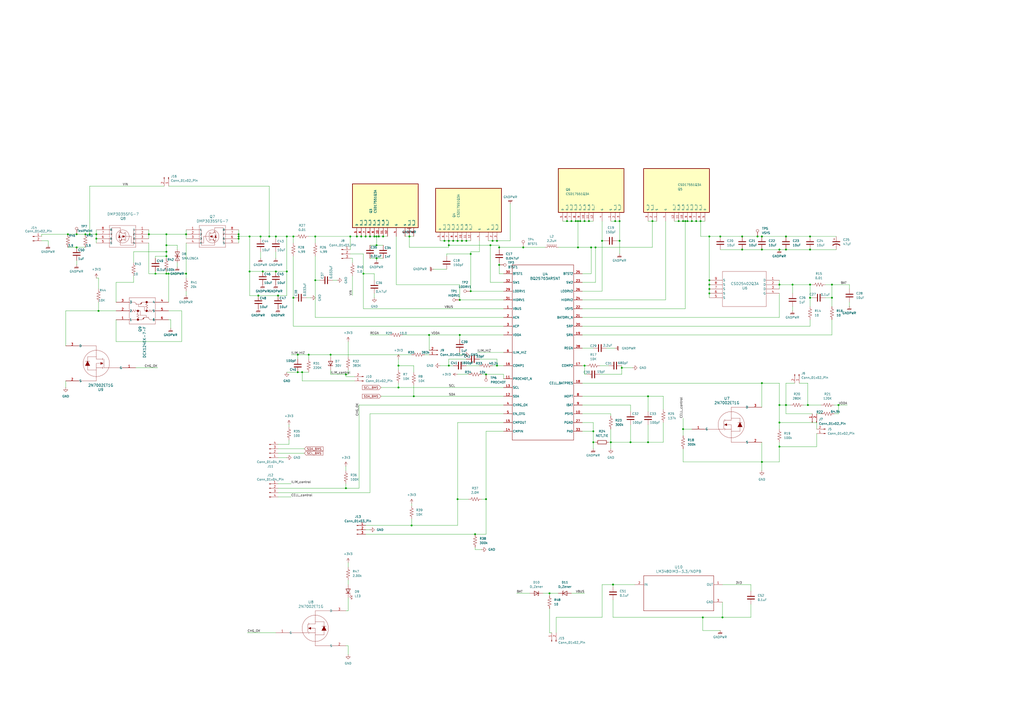
<source format=kicad_sch>
(kicad_sch (version 20231120) (generator "eeschema") (generator_version "8.0")
  (paper "A2")
  (junction (at 44.45 135.89))
  (junction (at 339.09 212.09))
  (junction (at 482.6 172.72))
  (junction (at 262.89 139.7))
  (junction (at 237.49 137.16))
  (junction (at 260.35 139.7))
  (junction (at 403.86 128.27))
  (junction (at 267.97 139.7))
  (junction (at 419.1 358.14))
  (junction (at 398.78 128.27))
  (junction (at 156.21 137.16))
  (junction (at 182.88 162.56))
  (junction (at 219.71 137.16))
  (junction (at 214.63 137.16))
  (junction (at 55.88 135.89))
  (junction (at 482.6 165.1))
  (junction (at 284.48 142.24))
  (junction (at 172.72 205.74))
  (junction (at 344.17 250.19))
  (junction (at 273.05 147.32))
  (junction (at 44.45 143.51))
  (junction (at 344.17 256.54))
  (junction (at 375.92 229.87))
  (junction (at 407.67 358.14))
  (junction (at 441.96 267.97))
  (junction (at 334.01 128.27))
  (junction (at 455.93 234.95))
  (junction (at 339.09 128.27))
  (junction (at 452.12 259.08))
  (junction (at 96.52 158.75))
  (junction (at 151.13 137.16))
  (junction (at 166.37 137.16))
  (junction (at 281.94 289.56))
  (junction (at 217.17 137.16))
  (junction (at 138.43 135.89))
  (junction (at 378.46 128.27))
  (junction (at 411.48 162.56))
  (junction (at 96.52 148.59))
  (junction (at 336.55 128.27))
  (junction (at 359.41 128.27))
  (junction (at 354.33 256.54))
  (junction (at 231.14 224.79))
  (junction (at 345.44 143.51))
  (junction (at 97.79 158.75))
  (junction (at 144.78 137.16))
  (junction (at 359.41 139.7))
  (junction (at 240.03 229.87))
  (junction (at 355.6 339.09))
  (junction (at 275.59 309.88))
  (junction (at 349.25 139.7))
  (junction (at 152.4 157.48))
  (junction (at 39.37 135.89))
  (junction (at 360.68 213.36))
  (junction (at 96.52 146.05))
  (junction (at 469.9 172.72))
  (junction (at 96.52 135.89))
  (junction (at 203.2 137.16))
  (junction (at 161.29 171.45))
  (junction (at 486.41 234.95))
  (junction (at 266.7 194.31))
  (junction (at 356.87 128.27))
  (junction (at 396.24 248.92))
  (junction (at 212.09 137.16))
  (junction (at 469.9 165.1))
  (junction (at 401.32 128.27))
  (junction (at 411.48 170.18))
  (junction (at 231.14 212.09))
  (junction (at 57.15 180.34))
  (junction (at 170.18 137.16))
  (junction (at 200.66 217.17))
  (junction (at 318.77 344.17))
  (junction (at 218.44 149.86))
  (junction (at 411.48 137.16))
  (junction (at 266.7 173.99))
  (junction (at 411.48 167.64))
  (junction (at 397.51 128.27))
  (junction (at 218.44 142.24))
  (junction (at 182.88 137.16))
  (junction (at 257.81 139.7))
  (junction (at 107.95 135.89))
  (junction (at 200.66 283.21))
  (junction (at 175.26 215.9))
  (junction (at 452.12 165.1))
  (junction (at 455.93 144.78))
  (junction (at 149.86 171.45))
  (junction (at 172.72 215.9))
  (junction (at 452.12 234.95))
  (junction (at 396.24 128.27))
  (junction (at 411.48 165.1))
  (junction (at 179.07 205.74))
  (junction (at 439.42 137.16))
  (junction (at 430.53 137.16))
  (junction (at 331.47 128.27))
  (junction (at 90.17 158.75))
  (junction (at 406.4 128.27))
  (junction (at 342.9 143.51))
  (junction (at 441.96 137.16))
  (junction (at 459.74 165.1))
  (junction (at 441.96 222.25))
  (junction (at 335.28 128.27))
  (junction (at 468.63 234.95))
  (junction (at 281.94 217.17))
  (junction (at 341.63 128.27))
  (junction (at 96.52 142.24))
  (junction (at 335.28 143.51))
  (junction (at 209.55 137.16))
  (junction (at 441.96 144.78))
  (junction (at 55.88 138.43))
  (junction (at 288.29 212.09))
  (junction (at 144.78 157.48))
  (junction (at 430.53 144.78))
  (junction (at 86.36 135.89))
  (junction (at 138.43 138.43))
  (junction (at 166.37 157.48))
  (junction (at 270.51 139.7))
  (junction (at 452.12 245.11))
  (junction (at 273.05 168.91))
  (junction (at 469.9 144.78))
  (junction (at 452.12 144.78))
  (junction (at 49.53 135.89))
  (junction (at 260.35 212.09))
  (junction (at 417.83 137.16))
  (junction (at 469.9 137.16))
  (junction (at 328.93 128.27))
  (junction (at 289.56 153.67))
  (junction (at 265.43 289.56))
  (junction (at 218.44 137.16))
  (junction (at 107.95 158.75))
  (junction (at 52.07 135.89))
  (junction (at 191.77 205.74))
  (junction (at 207.01 137.16))
  (junction (at 260.35 142.24))
  (junction (at 138.43 137.16))
  (junction (at 238.76 304.8))
  (junction (at 455.93 137.16))
  (junction (at 303.53 143.51))
  (junction (at 365.76 256.54))
  (junction (at 248.92 194.31))
  (junction (at 210.82 158.75))
  (junction (at 170.18 172.72))
  (junction (at 285.75 139.7))
  (junction (at 222.25 137.16))
  (junction (at 289.56 143.51))
  (junction (at 265.43 139.7))
  (junction (at 288.29 139.7))
  (junction (at 160.02 157.48))
  (junction (at 375.92 256.54))
  (junction (at 160.02 137.16))
  (junction (at 393.7 128.27))
  (wire (pts (xy 99.06 185.42) (xy 97.79 185.42)))
  (wire (pts (xy 107.95 135.89) (xy 107.95 138.43)))
  (wire (pts (xy 288.29 208.28) (xy 288.29 212.09)))
  (wire (pts (xy 486.41 234.95) (xy 491.49 234.95)))
  (wire (pts (xy 218.44 149.86) (xy 222.25 149.86)))
  (wire (pts (xy 289.56 152.4) (xy 289.56 153.67)))
  (wire (pts (xy 365.76 256.54) (xy 375.92 256.54)))
  (wire (pts (xy 358.14 139.7) (xy 359.41 139.7)))
  (wire (pts (xy 96.52 157.48) (xy 96.52 158.75)))
  (wire (pts (xy 406.4 128.27) (xy 408.94 128.27)))
  (wire (pts (xy 57.15 161.29) (xy 57.15 167.64)))
  (wire (pts (xy 342.9 143.51) (xy 335.28 143.51)))
  (wire (pts (xy 483.87 240.03) (xy 486.41 240.03)))
  (wire (pts (xy 96.52 148.59) (xy 96.52 149.86)))
  (wire (pts (xy 77.47 152.4) (xy 77.47 146.05)))
  (wire (pts (xy 278.13 208.28) (xy 288.29 208.28)))
  (wire (pts (xy 240.03 223.52) (xy 240.03 229.87)))
  (wire (pts (xy 107.95 140.97) (xy 107.95 158.75)))
  (wire (pts (xy 452.12 259.08) (xy 452.12 267.97)))
  (wire (pts (xy 204.47 149.86) (xy 204.47 152.4)))
  (wire (pts (xy 237.49 137.16) (xy 240.03 137.16)))
  (wire (pts (xy 55.88 138.43) (xy 55.88 140.97)))
  (wire (pts (xy 337.82 168.91) (xy 349.25 168.91)))
  (wire (pts (xy 375.92 229.87) (xy 384.81 229.87)))
  (wire (pts (xy 214.63 240.03) (xy 214.63 285.75)))
  (wire (pts (xy 218.44 149.86) (xy 218.44 151.13)))
  (wire (pts (xy 102.87 142.24) (xy 102.87 144.78)))
  (wire (pts (xy 417.83 144.78) (xy 430.53 144.78)))
  (wire (pts (xy 492.76 167.64) (xy 492.76 165.1)))
  (wire (pts (xy 97.79 158.75) (xy 97.79 175.26)))
  (wire (pts (xy 337.82 189.23) (xy 469.9 189.23)))
  (wire (pts (xy 170.18 172.72) (xy 170.18 189.23)))
  (wire (pts (xy 331.47 128.27) (xy 334.01 128.27)))
  (wire (pts (xy 345.44 143.51) (xy 342.9 143.51)))
  (wire (pts (xy 172.72 205.74) (xy 172.72 208.28)))
  (wire (pts (xy 161.29 288.29) (xy 168.91 288.29)))
  (wire (pts (xy 292.1 158.75) (xy 289.56 158.75)))
  (wire (pts (xy 406.4 137.16) (xy 406.4 128.27)))
  (wire (pts (xy 349.25 358.14) (xy 349.25 339.09)))
  (wire (pts (xy 337.82 163.83) (xy 345.44 163.83)))
  (wire (pts (xy 292.1 194.31) (xy 266.7 194.31)))
  (wire (pts (xy 378.46 128.27) (xy 381 128.27)))
  (wire (pts (xy 96.52 135.89) (xy 107.95 135.89)))
  (wire (pts (xy 411.48 162.56) (xy 411.48 165.1)))
  (wire (pts (xy 24.13 135.89) (xy 39.37 135.89)))
  (wire (pts (xy 161.29 260.35) (xy 176.53 260.35)))
  (wire (pts (xy 273.05 146.05) (xy 273.05 147.32)))
  (wire (pts (xy 96.52 142.24) (xy 102.87 142.24)))
  (wire (pts (xy 411.48 170.18) (xy 411.48 172.72)))
  (wire (pts (xy 270.51 139.7) (xy 273.05 139.7)))
  (wire (pts (xy 452.12 267.97) (xy 441.96 267.97)))
  (wire (pts (xy 52.07 135.89) (xy 52.07 107.95)))
  (wire (pts (xy 452.12 245.11) (xy 473.71 245.11)))
  (wire (pts (xy 201.93 346.71) (xy 201.93 354.33)))
  (wire (pts (xy 403.86 128.27) (xy 406.4 128.27)))
  (wire (pts (xy 138.43 133.35) (xy 138.43 135.89)))
  (wire (pts (xy 200.66 283.21) (xy 200.66 280.67)))
  (wire (pts (xy 57.15 175.26) (xy 57.15 180.34)))
  (wire (pts (xy 259.08 148.59) (xy 259.08 147.32)))
  (wire (pts (xy 257.81 139.7) (xy 260.35 139.7)))
  (wire (pts (xy 344.17 256.54) (xy 345.44 256.54)))
  (wire (pts (xy 255.27 212.09) (xy 260.35 212.09)))
  (wire (pts (xy 452.12 256.54) (xy 452.12 259.08)))
  (wire (pts (xy 355.6 347.98) (xy 355.6 358.14)))
  (wire (pts (xy 191.77 217.17) (xy 200.66 217.17)))
  (wire (pts (xy 375.92 246.38) (xy 375.92 256.54)))
  (wire (pts (xy 289.56 153.67) (xy 289.56 158.75)))
  (wire (pts (xy 44.45 135.89) (xy 49.53 135.89)))
  (wire (pts (xy 337.82 250.19) (xy 344.17 250.19)))
  (wire (pts (xy 201.93 198.12) (xy 201.93 207.01)))
  (wire (pts (xy 144.78 137.16) (xy 151.13 137.16)))
  (wire (pts (xy 105.41 198.12) (xy 67.31 198.12)))
  (wire (pts (xy 318.77 344.17) (xy 323.85 344.17)))
  (wire (pts (xy 468.63 222.25) (xy 468.63 234.95)))
  (wire (pts (xy 67.31 198.12) (xy 67.31 185.42)))
  (wire (pts (xy 354.33 240.03) (xy 354.33 241.3)))
  (wire (pts (xy 172.72 215.9) (xy 175.26 215.9)))
  (wire (pts (xy 208.28 283.21) (xy 200.66 283.21)))
  (wire (pts (xy 384.81 245.11) (xy 384.81 256.54)))
  (wire (pts (xy 265.43 139.7) (xy 267.97 139.7)))
  (wire (pts (xy 166.37 137.16) (xy 166.37 157.48)))
  (wire (pts (xy 397.51 128.27) (xy 398.78 128.27)))
  (wire (pts (xy 161.29 262.89) (xy 176.53 262.89)))
  (wire (pts (xy 200.66 217.17) (xy 201.93 217.17)))
  (wire (pts (xy 156.21 107.95) (xy 156.21 137.16)))
  (wire (pts (xy 138.43 135.89) (xy 138.43 137.16)))
  (wire (pts (xy 455.93 234.95) (xy 458.47 234.95)))
  (wire (pts (xy 284.48 142.24) (xy 289.56 142.24)))
  (wire (pts (xy 96.52 142.24) (xy 96.52 146.05)))
  (wire (pts (xy 322.58 367.03) (xy 322.58 358.14)))
  (wire (pts (xy 411.48 167.64) (xy 411.48 170.18)))
  (wire (pts (xy 248.92 194.31) (xy 266.7 194.31)))
  (wire (pts (xy 200.66 270.51) (xy 200.66 273.05)))
  (wire (pts (xy 222.25 137.16) (xy 224.79 137.16)))
  (wire (pts (xy 314.96 344.17) (xy 318.77 344.17)))
  (wire (pts (xy 337.82 194.31) (xy 482.6 194.31)))
  (wire (pts (xy 407.67 365.76) (xy 417.83 365.76)))
  (wire (pts (xy 342.9 158.75) (xy 342.9 143.51)))
  (wire (pts (xy 471.17 240.03) (xy 455.93 240.03)))
  (wire (pts (xy 281.94 289.56) (xy 281.94 250.19)))
  (wire (pts (xy 295.91 139.7) (xy 295.91 118.11)))
  (wire (pts (xy 251.46 156.21) (xy 259.08 156.21)))
  (wire (pts (xy 67.31 163.83) (xy 67.31 175.26)))
  (wire (pts (xy 455.93 144.78) (xy 469.9 144.78)))
  (wire (pts (xy 160.02 137.16) (xy 160.02 138.43)))
  (wire (pts (xy 270.51 212.09) (xy 278.13 212.09)))
  (wire (pts (xy 278.13 139.7) (xy 278.13 146.05)))
  (wire (pts (xy 289.56 142.24) (xy 289.56 143.51)))
  (wire (pts (xy 452.12 162.56) (xy 452.12 165.1)))
  (wire (pts (xy 478.79 165.1) (xy 482.6 165.1)))
  (wire (pts (xy 44.45 143.51) (xy 49.53 143.51)))
  (wire (pts (xy 218.44 142.24) (xy 222.25 142.24)))
  (wire (pts (xy 105.41 180.34) (xy 105.41 198.12)))
  (wire (pts (xy 417.83 137.16) (xy 411.48 137.16)))
  (wire (pts (xy 345.44 163.83) (xy 345.44 143.51)))
  (wire (pts (xy 200.66 218.44) (xy 200.66 217.17)))
  (wire (pts (xy 39.37 143.51) (xy 44.45 143.51)))
  (wire (pts (xy 209.55 137.16) (xy 212.09 137.16)))
  (wire (pts (xy 97.79 180.34) (xy 105.41 180.34)))
  (wire (pts (xy 289.56 143.51) (xy 303.53 143.51)))
  (wire (pts (xy 144.78 171.45) (xy 144.78 157.48)))
  (wire (pts (xy 44.45 151.13) (xy 44.45 153.67)))
  (wire (pts (xy 435.61 350.52) (xy 435.61 358.14)))
  (wire (pts (xy 214.63 149.86) (xy 218.44 149.86)))
  (wire (pts (xy 210.82 147.32) (xy 203.2 147.32)))
  (wire (pts (xy 200.66 374.65) (xy 201.93 374.65)))
  (wire (pts (xy 354.33 248.92) (xy 354.33 256.54)))
  (wire (pts (xy 149.86 171.45) (xy 161.29 171.45)))
  (wire (pts (xy 107.95 168.91) (xy 107.95 171.45)))
  (wire (pts (xy 396.24 128.27) (xy 397.51 128.27)))
  (wire (pts (xy 473.71 245.11) (xy 473.71 248.92)))
  (wire (pts (xy 191.77 205.74) (xy 191.77 207.01)))
  (wire (pts (xy 166.37 137.16) (xy 170.18 137.16)))
  (wire (pts (xy 214.63 137.16) (xy 212.09 137.16)))
  (wire (pts (xy 473.71 251.46) (xy 473.71 259.08)))
  (wire (pts (xy 469.9 177.8) (xy 469.9 172.72)))
  (wire (pts (xy 172.72 205.74) (xy 179.07 205.74)))
  (wire (pts (xy 107.95 133.35) (xy 107.95 135.89)))
  (wire (pts (xy 459.74 165.1) (xy 452.12 165.1)))
  (wire (pts (xy 152.4 157.48) (xy 160.02 157.48)))
  (wire (pts (xy 492.76 165.1) (xy 482.6 165.1)))
  (wire (pts (xy 203.2 137.16) (xy 182.88 137.16)))
  (wire (pts (xy 97.79 107.95) (xy 156.21 107.95)))
  (wire (pts (xy 238.76 304.8) (xy 265.43 304.8)))
  (wire (pts (xy 191.77 205.74) (xy 238.76 205.74)))
  (wire (pts (xy 205.74 220.98) (xy 175.26 220.98)))
  (wire (pts (xy 156.21 137.16) (xy 160.02 137.16)))
  (wire (pts (xy 38.1 200.66) (xy 38.1 180.34)))
  (wire (pts (xy 170.18 137.16) (xy 171.45 137.16)))
  (wire (pts (xy 39.37 135.89) (xy 44.45 135.89)))
  (wire (pts (xy 466.09 234.95) (xy 468.63 234.95)))
  (wire (pts (xy 151.13 137.16) (xy 156.21 137.16)))
  (wire (pts (xy 407.67 358.14) (xy 407.67 365.76)))
  (wire (pts (xy 452.12 248.92) (xy 452.12 245.11)))
  (wire (pts (xy 354.33 128.27) (xy 356.87 128.27)))
  (wire (pts (xy 463.55 222.25) (xy 468.63 222.25)))
  (wire (pts (xy 398.78 128.27) (xy 401.32 128.27)))
  (wire (pts (xy 160.02 137.16) (xy 166.37 137.16)))
  (wire (pts (xy 322.58 358.14) (xy 349.25 358.14)))
  (wire (pts (xy 430.53 144.78) (xy 441.96 144.78)))
  (wire (pts (xy 318.77 353.06) (xy 318.77 367.03)))
  (wire (pts (xy 339.09 212.09) (xy 340.36 212.09)))
  (wire (pts (xy 452.12 184.15) (xy 337.82 184.15)))
  (wire (pts (xy 265.43 304.8) (xy 265.43 289.56)))
  (wire (pts (xy 262.89 139.7) (xy 265.43 139.7)))
  (wire (pts (xy 234.95 137.16) (xy 237.49 137.16)))
  (wire (pts (xy 201.93 374.65) (xy 201.93 379.73)))
  (wire (pts (xy 391.16 128.27) (xy 393.7 128.27)))
  (wire (pts (xy 452.12 245.11) (xy 452.12 234.95)))
  (wire (pts (xy 439.42 137.16) (xy 430.53 137.16)))
  (wire (pts (xy 441.96 267.97) (xy 441.96 273.05)))
  (wire (pts (xy 478.79 172.72) (xy 482.6 172.72)))
  (wire (pts (xy 210.82 158.75) (xy 210.82 147.32)))
  (wire (pts (xy 303.53 143.51) (xy 316.23 143.51)))
  (wire (pts (xy 231.14 222.25) (xy 231.14 224.79)))
  (wire (pts (xy 359.41 139.7) (xy 359.41 147.32)))
  (wire (pts (xy 396.24 267.97) (xy 441.96 267.97)))
  (wire (pts (xy 160.02 157.48) (xy 166.37 157.48)))
  (wire (pts (xy 452.12 165.1) (xy 452.12 167.64)))
  (wire (pts (xy 260.35 143.51) (xy 260.35 142.24)))
  (wire (pts (xy 349.25 339.09) (xy 355.6 339.09)))
  (wire (pts (xy 57.15 180.34) (xy 67.31 180.34)))
  (wire (pts (xy 469.9 137.16) (xy 455.93 137.16)))
  (wire (pts (xy 273.05 147.32) (xy 273.05 168.91)))
  (wire (pts (xy 469.9 172.72) (xy 471.17 172.72)))
  (wire (pts (xy 455.93 240.03) (xy 455.93 234.95)))
  (wire (pts (xy 27.94 139.7) (xy 27.94 142.24)))
  (wire (pts (xy 482.6 165.1) (xy 482.6 172.72)))
  (wire (pts (xy 38.1 180.34) (xy 57.15 180.34)))
  (wire (pts (xy 182.88 137.16) (xy 182.88 140.97)))
  (wire (pts (xy 452.12 222.25) (xy 441.96 222.25)))
  (wire (pts (xy 24.13 139.7) (xy 27.94 139.7)))
  (wire (pts (xy 265.43 289.56) (xy 271.78 289.56)))
  (wire (pts (xy 265.43 245.11) (xy 292.1 245.11)))
  (wire (pts (xy 411.48 137.16) (xy 411.48 162.56)))
  (wire (pts (xy 354.33 256.54) (xy 354.33 260.35)))
  (wire (pts (xy 335.28 143.51) (xy 323.85 143.51)))
  (wire (pts (xy 275.59 309.88) (xy 281.94 309.88)))
  (wire (pts (xy 275.59 318.77) (xy 279.4 318.77)))
  (wire (pts (xy 217.17 137.16) (xy 214.63 137.16)))
  (wire (pts (xy 331.47 344.17) (xy 339.09 344.17)))
  (wire (pts (xy 238.76 300.99) (xy 238.76 304.8)))
  (wire (pts (xy 482.6 172.72) (xy 482.6 177.8)))
  (wire (pts (xy 214.63 194.31) (xy 226.06 194.31)))
  (wire (pts (xy 384.81 256.54) (xy 375.92 256.54)))
  (wire (pts (xy 86.36 135.89) (xy 86.36 138.43)))
  (wire (pts (xy 339.09 217.17) (xy 339.09 212.09)))
  (wire (pts (xy 52.07 107.95) (xy 95.25 107.95)))
  (wire (pts (xy 207.01 137.16) (xy 209.55 137.16)))
  (wire (pts (xy 151.13 137.16) (xy 151.13 138.43)))
  (wire (pts (xy 292.1 184.15) (xy 182.88 184.15)))
  (wire (pts (xy 292.1 168.91) (xy 273.05 168.91)))
  (wire (pts (xy 161.29 283.21) (xy 200.66 283.21)))
  (wire (pts (xy 77.47 163.83) (xy 67.31 163.83)))
  (wire (pts (xy 292.1 217.17) (xy 281.94 217.17)))
  (wire (pts (xy 96.52 146.05) (xy 96.52 148.59)))
  (wire (pts (xy 265.43 217.17) (xy 271.78 217.17)))
  (wire (pts (xy 220.98 224.79) (xy 231.14 224.79)))
  (wire (pts (xy 217.17 162.56) (xy 217.17 158.75)))
  (wire (pts (xy 335.28 128.27) (xy 335.28 143.51)))
  (wire (pts (xy 102.87 152.4) (xy 102.87 154.94)))
  (wire (pts (xy 52.07 135.89) (xy 55.88 135.89)))
  (wire (pts (xy 97.79 158.75) (xy 107.95 158.75)))
  (wire (pts (xy 396.24 242.57) (xy 396.24 248.92)))
  (wire (pts (xy 441.96 267.97) (xy 441.96 256.54)))
  (wire (pts (xy 138.43 137.16) (xy 138.43 138.43)))
  (wire (pts (xy 337.82 158.75) (xy 342.9 158.75)))
  (wire (pts (xy 90.17 158.75) (xy 96.52 158.75)))
  (wire (pts (xy 347.98 217.17) (xy 360.68 217.17)))
  (wire (pts (xy 55.88 133.35) (xy 55.88 135.89)))
  (wire (pts (xy 265.43 289.56) (xy 265.43 245.11)))
  (wire (pts (xy 90.17 157.48) (xy 90.17 158.75)))
  (wire (pts (xy 90.17 149.86) (xy 90.17 148.59)))
  (wire (pts (xy 355.6 358.14) (xy 407.67 358.14)))
  (wire (pts (xy 289.56 143.51) (xy 289.56 144.78)))
  (wire (pts (xy 344.17 256.54) (xy 344.17 260.35)))
  (wire (pts (xy 205.74 218.44) (xy 200.66 218.44)))
  (wire (pts (xy 170.18 148.59) (xy 170.18 172.72)))
  (wire (pts (xy 486.41 240.03) (xy 486.41 234.95)))
  (wire (pts (xy 179.07 205.74) (xy 179.07 208.28)))
  (wire (pts (xy 347.98 212.09) (xy 353.06 212.09)))
  (wire (pts (xy 340.36 217.17) (xy 339.09 217.17)))
  (wire (pts (xy 344.17 250.19) (xy 344.17 256.54)))
  (wire (pts (xy 240.03 229.87) (xy 292.1 229.87)))
  (wire (pts (xy 266.7 205.74) (xy 266.7 204.47)))
  (wire (pts (xy 78.74 213.36) (xy 91.44 213.36)))
  (wire (pts (xy 285.75 212.09) (xy 288.29 212.09)))
  (wire (pts (xy 248.92 194.31) (xy 248.92 203.2)))
  (wire (pts (xy 473.71 259.08) (xy 452.12 259.08)))
  (wire (pts (xy 175.26 215.9) (xy 179.07 215.9)))
  (wire (pts (xy 337.82 222.25) (xy 441.96 222.25)))
  (wire (pts (xy 193.04 162.56) (xy 195.58 162.56)))
  (wire (pts (xy 260.35 212.09) (xy 262.89 212.09)))
  (wire (pts (xy 210.82 179.07) (xy 292.1 179.07)))
  (wire (pts (xy 396.24 260.35) (xy 396.24 267.97)))
  (wire (pts (xy 288.29 212.09) (xy 292.1 212.09)))
  (wire (pts (xy 469.9 137.16) (xy 485.14 137.16)))
  (wire (pts (xy 375.92 128.27) (xy 378.46 128.27)))
  (wire (pts (xy 455.93 137.16) (xy 441.96 137.16)))
  (wire (pts (xy 149.86 171.45) (xy 144.78 171.45)))
  (wire (pts (xy 220.98 229.87) (xy 240.03 229.87)))
  (wire (pts (xy 441.96 222.25) (xy 441.96 236.22)))
  (wire (pts (xy 179.07 137.16) (xy 182.88 137.16)))
  (wire (pts (xy 276.86 204.47) (xy 292.1 204.47)))
  (wire (pts (xy 455.93 222.25) (xy 455.93 234.95)))
  (wire (pts (xy 336.55 128.27) (xy 339.09 128.27)))
  (wire (pts (xy 260.35 142.24) (xy 284.48 142.24)))
  (wire (pts (xy 351.79 201.93) (xy 356.87 201.93)))
  (wire (pts (xy 168.91 205.74) (xy 172.72 205.74)))
  (wire (pts (xy 231.14 224.79) (xy 292.1 224.79)))
  (wire (pts (xy 144.78 157.48) (xy 152.4 157.48)))
  (wire (pts (xy 441.96 144.78) (xy 452.12 144.78)))
  (wire (pts (xy 288.29 139.7) (xy 295.91 139.7)))
  (wire (pts (xy 411.48 165.1) (xy 411.48 167.64)))
  (wire (pts (xy 77.47 163.83) (xy 77.47 160.02)))
  (wire (pts (xy 161.29 257.81) (xy 167.64 257.81)))
  (wire (pts (xy 237.49 143.51) (xy 260.35 143.51)))
  (wire (pts (xy 138.43 138.43) (xy 138.43 140.97)))
  (wire (pts (xy 469.9 144.78) (xy 485.14 144.78)))
  (wire (pts (xy 208.28 234.95) (xy 208.28 283.21)))
  (wire (pts (xy 365.76 234.95) (xy 365.76 238.76)))
  (wire (pts (xy 419.1 339.09) (xy 435.61 339.09)))
  (wire (pts (xy 201.93 217.17) (xy 201.93 214.63)))
  (wire (pts (xy 144.78 157.48) (xy 144.78 137.16)))
  (wire (pts (xy 97.79 158.75) (xy 96.52 158.75)))
  (wire (pts (xy 318.77 367.03) (xy 320.04 367.03)))
  (wire (pts (xy 469.9 172.72) (xy 469.9 165.1)))
  (wire (pts (xy 240.03 212.09) (xy 231.14 212.09)))
  (wire (pts (xy 203.2 149.86) (xy 204.47 149.86)))
  (wire (pts (xy 203.2 137.16) (xy 207.01 137.16)))
  (wire (pts (xy 218.44 137.16) (xy 219.71 137.16)))
  (wire (pts (xy 419.1 358.14) (xy 435.61 358.14)))
  (wire (pts (xy 396.24 248.92) (xy 396.24 252.73)))
  (wire (pts (xy 204.47 160.02) (xy 204.47 171.45)))
  (wire (pts (xy 459.74 170.18) (xy 459.74 165.1)))
  (wire (pts (xy 492.76 175.26) (xy 492.76 177.8)))
  (wire (pts (xy 359.41 128.27) (xy 359.41 139.7)))
  (wire (pts (xy 214.63 142.24) (xy 218.44 142.24)))
  (wire (pts (xy 167.64 257.81) (xy 167.64 255.27)))
  (wire (pts (xy 468.63 234.95) (xy 476.25 234.95)))
  (wire (pts (xy 328.93 128.27) (xy 331.47 128.27)))
  (wire (pts (xy 201.93 326.39) (xy 201.93 328.93)))
  (wire (pts (xy 355.6 339.09) (xy 368.3 339.09)))
  (wire (pts (xy 217.17 170.18) (xy 217.17 172.72)))
  (wire (pts (xy 151.13 146.05) (xy 151.13 149.86)))
  (wire (pts (xy 299.72 344.17) (xy 307.34 344.17)))
  (wire (pts (xy 270.51 208.28) (xy 260.35 208.28)))
  (wire (pts (xy 267.97 139.7) (xy 270.51 139.7)))
  (wire (pts (xy 360.68 212.09) (xy 360.68 213.36)))
  (wire (pts (xy 337.82 212.09) (xy 339.09 212.09)))
  (wire (pts (xy 240.03 215.9) (xy 240.03 212.09)))
  (wire (pts (xy 396.24 248.92) (xy 401.32 248.92)))
  (wire (pts (xy 386.08 173.99) (xy 337.82 173.99)))
  (wire (pts (xy 279.4 289.56) (xy 281.94 289.56)))
  (wire (pts (xy 411.48 137.16) (xy 406.4 137.16)))
  (wire (pts (xy 292.1 189.23) (xy 170.18 189.23)))
  (wire (pts (xy 469.9 185.42) (xy 469.9 189.23)))
  (wire (pts (xy 57.15 161.29) (xy 55.88 161.29)))
  (wire (pts (xy 335.28 128.27) (xy 336.55 128.27)))
  (wire (pts (xy 219.71 137.16) (xy 222.25 137.16)))
  (wire (pts (xy 179.07 205.74) (xy 191.77 205.74)))
  (wire (pts (xy 292.1 234.95) (xy 208.28 234.95)))
  (wire (pts (xy 191.77 217.17) (xy 191.77 214.63)))
  (wire (pts (xy 292.1 173.99) (xy 266.7 173.99)))
  (wire (pts (xy 345.44 143.51) (xy 378.46 143.51)))
  (wire (pts (xy 238.76 292.1) (xy 238.76 293.37)))
  (wire (pts (xy 275.59 317.5) (xy 275.59 318.77)))
  (wire (pts (xy 441.96 137.16) (xy 439.42 137.16)))
  (wire (pts (xy 38.1 220.98) (xy 38.1 224.79)))
  (wire (pts (xy 401.32 128.27) (xy 403.86 128.27)))
  (wire (pts (xy 407.67 358.14) (xy 419.1 358.14)))
  (wire (pts (xy 107.95 158.75) (xy 107.95 161.29)))
  (wire (pts (xy 356.87 128.27) (xy 359.41 128.27)))
  (wire (pts (xy 214.63 285.75) (xy 161.29 285.75)))
  (wire (pts (xy 452.12 234.95) (xy 452.12 222.25)))
  (wire (pts (xy 217.17 158.75) (xy 210.82 158.75)))
  (wire (pts (xy 166.37 157.48) (xy 166.37 171.45)))
  (wire (pts (xy 326.39 128.27) (xy 328.93 128.27)))
  (wire (pts (xy 339.09 128.27) (xy 341.63 128.27)))
  (wire (pts (xy 266.7 165.1) (xy 266.7 173.99)))
  (wire (pts (xy 430.53 137.16) (xy 417.83 137.16)))
  (wire (pts (xy 318.77 344.17) (xy 318.77 345.44)))
  (wire (pts (xy 337.82 245.11) (xy 344.17 245.11)))
  (wire (pts (xy 182.88 184.15) (xy 182.88 162.56)))
  (wire (pts (xy 229.87 137.16) (xy 229.87 165.1)))
  (wire (pts (xy 260.35 142.24) (xy 260.35 139.7)))
  (wire (pts (xy 452.12 144.78) (xy 455.93 144.78)))
  (wire (pts (xy 86.36 140.97) (xy 86.36 158.75)))
  (wire (pts (xy 229.87 165.1) (xy 266.7 165.1)))
  (wire (pts (xy 341.63 128.27) (xy 344.17 128.27)))
  (wire (pts (xy 459.74 180.34) (xy 459.74 177.8)))
  (wire (pts (xy 49.53 135.89) (xy 52.07 135.89)))
  (wire (pts (xy 461.01 222.25) (xy 455.93 222.25)))
  (wire (pts (xy 161.29 265.43) (xy 166.37 265.43)))
  (wire (pts (xy 482.6 194.31) (xy 482.6 185.42)))
  (wire (pts (xy 473.71 240.03) (xy 476.25 240.03)))
  (wire (pts (xy 160.02 146.05) (xy 160.02 149.86)))
  (wire (pts (xy 375.92 229.87) (xy 375.92 238.76)))
  (wire (pts (xy 166.37 215.9) (xy 172.72 215.9)))
  (wire (pts (xy 337.82 229.87) (xy 375.92 229.87)))
  (wire (pts (xy 337.82 240.03) (xy 354.33 240.03)))
  (wire (pts (xy 260.35 208.28) (xy 260.35 212.09)))
  (wire (pts (xy 177.8 172.72) (xy 180.34 172.72)))
  (wire (pts (xy 281.94 309.88) (xy 281.94 289.56)))
  (wire (pts (xy 278.13 146.05) (xy 273.05 146.05)))
  (wire (pts (xy 90.17 148.59) (xy 96.52 148.59)))
  (wire (pts (xy 237.49 137.16) (xy 237.49 143.51)))
  (wire (pts (xy 393.7 128.27) (xy 396.24 128.27)))
  (wire (pts (xy 452.12 170.18) (xy 452.12 184.15)))
  (wire (pts (xy 283.21 139.7) (xy 285.75 139.7)))
  (wire (pts (xy 292.1 240.03) (xy 214.63 240.03)))
  (wire (pts (xy 259.08 147.32) (xy 273.05 147.32)))
  (wire (pts (xy 269.24 205.74) (xy 266.7 205.74)))
  (wire (pts (xy 210.82 179.07) (xy 210.82 158.75)))
  (wire (pts (xy 86.36 158.75) (xy 90.17 158.75)))
  (wire (pts (xy 349.25 139.7) (xy 349.25 128.27)))
  (wire (pts (xy 360.68 213.36) (xy 360.68 217.17)))
  (wire (pts (xy 365.76 246.38) (xy 365.76 256.54)))
  (wire (pts (xy 284.48 142.24) (xy 284.48 163.83)))
  (wire (pts (xy 285.75 139.7) (xy 288.29 139.7)))
  (wire (pts (xy 96.52 135.89) (xy 96.52 142.24)))
  (wire (pts (xy 292.1 163.83) (xy 284.48 163.83)))
  (wire (pts (xy 218.44 137.16) (xy 217.17 137.16)))
  (wire (pts (xy 354.33 256.54) (xy 365.76 256.54)))
  (wire (pts (xy 378.46 143.51) (xy 378.46 128.27)))
  (wire (pts (xy 483.87 234.95) (xy 486.41 234.95)))
  (wire (pts (xy 355.6 339.09) (xy 355.6 340.36)))
  (wire (pts (xy 138.43 137.16) (xy 144.78 137.16)))
  (wire (pts (xy 384.81 229.87) (xy 384.81 237.49)))
  (wire (pts (xy 170.18 140.97) (xy 170.18 137.16)))
  (wire (pts (xy 360.68 213.36) (xy 367.03 213.36)))
  (wire (pts (xy 349.25 168.91) (xy 349.25 139.7)))
  (wire (pts (xy 233.68 194.31) (xy 248.92 194.31)))
  (wire (pts (xy 212.09 307.34) (xy 214.63 307.34)))
  (wire (pts (xy 337.82 201.93) (xy 344.17 201.93)))
  (wire (pts (xy 212.09 304.8) (xy 238.76 304.8)))
  (wire (pts (xy 231.14 212.09) (xy 231.14 214.63)))
  (wire (pts (xy 231.14 208.28) (xy 231.14 212.09)))
  (wire (pts (xy 255.27 139.7) (xy 257.81 139.7)))
  (wire (pts (xy 201.93 354.33) (xy 200.66 354.33)))
  (wire (pts (xy 281.94 250.19) (xy 292.1 250.19)))
  (wire (pts (xy 143.51 367.03) (xy 160.02 367.03)))
  (wire (pts (xy 86.36 135.89) (xy 96.52 135.89)))
  (wire (pts (xy 435.61 339.09) (xy 435.61 342.9)))
  (wire (pts (xy 212.09 309.88) (xy 275.59 309.88)))
  (wire (pts (xy 292.1 219.71) (xy 292.1 217.17)))
  (wire (pts (xy 469.9 165.1) (xy 471.17 165.1)))
  (wire (pts (xy 344.17 245.11) (xy 344.17 250.19)))
  (wire (pts (xy 246.38 205.74) (xy 248.92 205.74)))
  (wire (pts (xy 459.74 165.1) (xy 469.9 165.1)))
  (wire (pts (xy 419.1 358.14) (xy 419.1 349.25)))
  (wire (pts (xy 337.82 179.07) (xy 397.51 179.07)))
  (wire (pts (xy 161.29 171.45) (xy 166.37 171.45)))
  (wire (pts (xy 397.51 179.07) (xy 397.51 128.27)))
  (wire (pts (xy 24.13 137.16) (xy 24.13 135.89)))
  (wire (pts (xy 337.82 234.95) (xy 365.76 234.95)))
  (wire (pts (xy 201.93 336.55) (xy 201.93 339.09)))
  (wire (pts (xy 281.94 217.17) (xy 279.4 217.17)))
  (wire (pts (xy 86.36 133.35) (xy 86.36 135.89)))
  (wire (pts (xy 167.64 246.38) (xy 167.64 247.65)))
  (wire (pts (xy 260.35 139.7) (xy 262.89 139.7)))
  (wire (pts (xy 353.06 256.54) (xy 354.33 256.54)))
  (wire (pts (xy 452.12 234.95) (xy 455.93 234.95)))
  (wire (pts (xy 99.06 190.5) (xy 99.06 185.42)))
  (wire (pts (xy 175.26 220.98) (xy 175.26 215.9)))
  (wire (pts (xy 334.01 128.27) (xy 335.28 128.27)))
  (wire (pts (xy 349.25 139.7) (xy 350.52 139.7)))
  (wire (pts (xy 218.44 137.16) (xy 218.44 142.24)))
  (wire (pts (xy 182.88 162.56) (xy 182.88 148.59)))
  (wire (pts (xy 203.2 144.78) (xy 203.2 137.16)))
  (wire (pts (xy 266.7 194.31) (xy 266.7 196.85)))
  (wire (pts (xy 161.29 280.67) (xy 168.91 280.67)))
  (wire (pts (xy 77.47 146.05) (xy 96.52 146.05)))
  (wire (pts (xy 386.08 128.27) (xy 386.08 173.99)))
  (wire (pts (xy 55.88 135.89) (xy 55.88 138.43)))
  (wire (pts (xy 185.42 162.56) (xy 182.88 162.56)))
  (label "ILIM_control" (at 191.77 217.17 0))
  (label "ILIM_HIZ" (at 168.91 205.74 0))
  (label "CHG_OK" (at 91.44 213.36 180))
  (label "SCL" (at 260.35 224.79 0))
  (label "ILIM_control" (at 168.91 280.67 0))
  (label "VBUS" (at 257.81 179.07 0))
  (label "VIN" (at 204.47 171.45 90))
  (label "BAT" (at 299.72 344.17 0))
  (label "VDDA" (at 491.49 234.95 180))
  (label "CHG_OK" (at 208.28 241.3 90))
  (label "CELL_control" (at 396.24 242.57 90))
  (label "CHG_OK" (at 143.51 367.03 0))
  (label "SDA" (at 260.35 229.87 0))
  (label "3V3" (at 426.72 339.09 0))
  (label "ILIM_HIZ" (at 276.86 204.47 0))
  (label "BAT" (at 487.68 165.1 0))
  (label "VIN" (at 71.12 107.95 0))
  (label "REGN" (at 214.63 194.31 0))
  (label "VBUS" (at 339.09 344.17 180))
  (label "CELL_control" (at 168.91 288.29 0))
  (label "VDDA" (at 250.19 194.31 0))
  (global_label "SCL_BMS" (shape input) (at 176.53 262.89 0) (property "Intersheetrefs" "${INTERSHEET_REFS}" (effects (hide yes))))
  (global_label "SCL_BMS" (shape input) (at 220.98 224.79 180) (property "Intersheetrefs" "${INTERSHEET_REFS}" (effects (hide yes))))
  (global_label "SDA_BMS" (shape input) (at 176.53 260.35 0) (property "Intersheetrefs" "${INTERSHEET_REFS}" (effects (hide yes))))
  (global_label "SDA_BMS" (shape input) (at 220.98 229.87 180) (property "Intersheetrefs" "${INTERSHEET_REFS}" (effects (hide yes))))
  (symbol (lib_id "Device:L_Ferrite") (at 320.04 143.51 90) (unit 1)
    (property "Reference" "L2" (at 320.04 137.16 90))
    (property "Value" "2.2uH" (at 320.04 139.7 90))
    (property "Description" "Inductor with ferrite core" (effects (hide yes)))
  )
  (symbol (lib_id "CSD25402Q3A:CSD25402Q3A") (at 452.12 162.56 0) (mirror y) (unit 1)
    (property "Reference" "U6" (at 432.054 167.132 0) (effects (font (size 1.524 1.524))))
    (property "Value" "CSD25402Q3A" (at 432.054 164.592 0) (effects (font (size 1.524 1.524))))
    (property "Footprint" "footprints:CSD25402Q3A" (effects (hide yes)))
    (property "Datasheet" "CSD25402Q3A" (effects (hide yes)))
  )
  (symbol (lib_id "power:GNDPWR") (at 359.41 147.32 0) (unit 1)
    (property "Reference" "#PWR029" (effects (hide yes)))
    (property "Value" "GNDPWR" (at 359.283 151.13 0))
    (property "Description" "Power symbol creates a global label with name \"GNDPWR\" , global ground" (effects (hide yes)))
  )
  (symbol (lib_id "Device:C") (at 189.23 162.56 90) (unit 1)
    (property "Reference" "C37" (at 186.944 161.798 0) (effects (justify left)))
    (property "Value" "0.033uF" (at 192.024 161.798 0) (effects (justify left)))
    (property "Description" "Unpolarized capacitor" (effects (hide yes)))
  )
  (symbol (lib_id "Device:R_US") (at 49.53 139.7 180) (unit 1)
    (property "Reference" "R45" (at 50.038 136.652 0) (effects (justify right)))
    (property "Value" "3.9" (at 49.53 142.494 0) (effects (justify right)))
    (property "Footprint" "Resistor_SMD:R_0603_1608Metric" (effects (hide yes)))
    (property "Description" "Resistor, US symbol" (effects (hide yes)))
  )
  (symbol (lib_id "Device:C") (at 160.02 161.29 0) (unit 1)
    (property "Reference" "C45" (at 160.782 159.004 0) (effects (justify left)))
    (property "Value" "10uF" (at 160.782 164.084 0) (effects (justify left)))
    (property "Description" "Unpolarized capacitor" (effects (hide yes)))
  )
  (symbol (lib_id "power:GNDPWR") (at 160.02 149.86 0) (unit 1)
    (property "Reference" "#PWR052" (effects (hide yes)))
    (property "Value" "GNDPWR" (at 159.893 153.67 0))
    (property "Description" "Power symbol creates a global label with name \"GNDPWR\" , global ground" (effects (hide yes)))
  )
  (symbol (lib_id "Device:C") (at 214.63 146.05 0) (unit 1)
    (property "Reference" "C35" (at 214.884 143.51 0) (effects (justify left)))
    (property "Value" "0.01uF" (at 214.884 148.59 0) (effects (justify left)))
    (property "Description" "Unpolarized capacitor" (effects (hide yes)))
  )
  (symbol (lib_id "Device:R_US") (at 275.59 289.56 270) (unit 1)
    (property "Reference" "R37" (at 275.59 283.21 90))
    (property "Value" "2.0M" (at 275.59 285.75 90))
    (property "Footprint" "Resistor_SMD:R_0603_1608Metric" (effects (hide yes)))
    (property "Description" "Resistor, US symbol" (effects (hide yes)))
  )
  (symbol (lib_id "Connector:TestPoint") (at 439.42 137.16 0) (unit 1)
    (property "Reference" "TP5" (at 441.96 132.5879 0) (effects (justify left)))
    (property "Value" "VSYS" (at 441.96 135.1279 0) (effects (justify left)))
    (property "Description" "test point" (effects (hide yes)))
  )
  (symbol (lib_id "power:GND") (at 279.4 318.77 90) (unit 1)
    (property "Reference" "#PWR049" (effects (hide yes)))
    (property "Value" "GND" (at 283.21 318.7699 90) (effects (justify right)))
    (property "Description" "Power symbol creates a global label with name \"GND\" , ground" (effects (hide yes)))
  )
  (symbol (lib_id "Device:R_US") (at 344.17 212.09 90) (unit 1)
    (property "Reference" "R17" (at 344.17 205.74 90))
    (property "Value" "10K" (at 344.17 208.28 90))
    (property "Footprint" "Resistor_SMD:R_0603_1608Metric" (effects (hide yes)))
    (property "Description" "Resistor, US symbol" (effects (hide yes)))
  )
  (symbol (lib_id "Device:C") (at 160.02 142.24 0) (unit 1)
    (property "Reference" "C43" (at 160.782 139.954 0) (effects (justify left)))
    (property "Value" "10uF" (at 160.782 145.034 0) (effects (justify left)))
    (property "Description" "Unpolarized capacitor" (effects (hide yes)))
  )
  (symbol (lib_id "Device:C") (at 151.13 142.24 0) (unit 1)
    (property "Reference" "C44" (at 151.892 139.954 0) (effects (justify left)))
    (property "Value" "10uF" (at 151.892 145.034 0) (effects (justify left)))
    (property "Description" "Unpolarized capacitor" (effects (hide yes)))
  )
  (symbol (lib_id "Device:C") (at 356.87 212.09 270) (unit 1)
    (property "Reference" "C31" (at 353.06 210.82 90))
    (property "Value" "680pF" (at 361.442 210.566 90))
    (property "Description" "Unpolarized capacitor" (effects (hide yes)))
  )
  (symbol (lib_id "Connector:Conn_01x02_Pin") (at 210.82 220.98 180) (unit 1)
    (property "Reference" "J10" (at 212.09 218.4399 0) (effects (justify right)))
    (property "Value" "Conn_01x02_Pin" (at 212.09 220.9799 0) (effects (justify right)))
    (property "Footprint" "Connector_PinHeader_2.54mm:PinHeader_1x02_P2.54mm_Vertical" (effects (hide yes)))
    (property "Description" "Generic connector, single row, 01x02, script generated" (effects (hide yes)))
  )
  (symbol (lib_id "Device:C") (at 172.72 212.09 180) (unit 1)
    (property "Reference" "C40" (at 171.958 214.376 0) (effects (justify left)))
    (property "Value" "100pF" (at 171.958 209.296 0) (effects (justify left)))
    (property "Description" "Unpolarized capacitor" (effects (hide yes)))
  )
  (symbol (lib_id "Device:R_US") (at 384.81 241.3 0) (unit 1)
    (property "Reference" "R25" (at 387.35 240.0299 0) (effects (justify left)))
    (property "Value" "137k" (at 387.35 242.5699 0) (effects (justify left)))
    (property "Footprint" "Resistor_SMD:R_0603_1608Metric" (effects (hide yes)))
    (property "Description" "Resistor, US symbol" (effects (hide yes)))
  )
  (symbol (lib_id "Device:C") (at 455.93 140.97 180) (unit 1)
    (property "Reference" "C23" (at 459.74 139.6999 0) (effects (justify right)))
    (property "Value" "10uF" (at 459.74 142.2399 0) (effects (justify right)))
    (property "Description" "Unpolarized capacitor" (effects (hide yes)))
  )
  (symbol (lib_id "Device:C") (at 375.92 242.57 180) (unit 1)
    (property "Reference" "C33" (at 378.714 240.03 0))
    (property "Value" "100pF" (at 379.984 245.11 0))
    (property "Description" "Unpolarized capacitor" (effects (hide yes)))
  )
  (symbol (lib_id "power:+3V3") (at 238.76 292.1 0) (unit 1)
    (property "Reference" "#PWR051" (effects (hide yes)))
    (property "Value" "+3V3" (at 238.76 287.02 0))
    (property "Description" "Power symbol creates a global label with name \"+3V3\"" (effects (hide yes)))
  )
  (symbol (lib_id "power:GNDPWR") (at 160.02 165.1 0) (unit 1)
    (property "Reference" "#PWR055" (effects (hide yes)))
    (property "Value" "GNDPWR" (at 159.893 168.91 0))
    (property "Description" "Power symbol creates a global label with name \"GNDPWR\" , global ground" (effects (hide yes)))
  )
  (symbol (lib_id "Connector:Conn_01x02_Pin") (at 97.79 102.87 270) (unit 1)
    (property "Reference" "J16" (at 99.06 102.2349 90) (effects (justify left)))
    (property "Value" "Conn_01x02_Pin" (at 99.06 104.7749 90) (effects (justify left)))
    (property "Footprint" "Connector_PinHeader_2.54mm:PinHeader_1x02_P2.54mm_Vertical" (effects (hide yes)))
    (property "Description" "Generic connector, single row, 01x02, script generated" (effects (hide yes)))
  )
  (symbol (lib_id "Device:R_US") (at 474.98 165.1 90) (unit 1)
    (property "Reference" "R15" (at 474.98 158.75 90))
    (property "Value" "0.01" (at 474.98 161.29 90))
    (property "Footprint" "Resistor_SMD:R_0603_1608Metric" (effects (hide yes)))
    (property "Description" "Resistor, US symbol" (effects (hide yes)))
  )
  (symbol (lib_id "power:GNDPWR") (at 152.4 165.1 0) (unit 1)
    (property "Reference" "#PWR054" (effects (hide yes)))
    (property "Value" "GNDPWR" (at 152.273 168.91 0))
    (property "Description" "Power symbol creates a global label with name \"GNDPWR\" , global ground" (effects (hide yes)))
  )
  (symbol (lib_id "Device:C") (at 173.99 172.72 90) (unit 1)
    (property "Reference" "C38" (at 171.704 171.958 0) (effects (justify left)))
    (property "Value" "0.033uF" (at 176.784 171.958 0) (effects (justify left)))
    (property "Description" "Unpolarized capacitor" (effects (hide yes)))
  )
  (symbol (lib_id "Device:R_US") (at 462.28 234.95 270) (unit 1)
    (property "Reference" "R20" (at 462.28 228.6 90))
    (property "Value" "280K" (at 462.28 231.14 90))
    (property "Footprint" "Resistor_SMD:R_0603_1608Metric" (effects (hide yes)))
    (property "Description" "Resistor, US symbol" (effects (hide yes)))
  )
  (symbol (lib_id "Device:R_US") (at 39.37 139.7 180) (unit 1)
    (property "Reference" "R46" (at 39.878 136.652 0) (effects (justify right)))
    (property "Value" "3.9" (at 39.37 142.494 0) (effects (justify right)))
    (property "Footprint" "Resistor_SMD:R_0603_1608Metric" (effects (hide yes)))
    (property "Description" "Resistor, US symbol" (effects (hide yes)))
  )
  (symbol (lib_id "Device:R_US") (at 242.57 205.74 270) (unit 1)
    (property "Reference" "R30" (at 238.506 204.47 90))
    (property "Value" "383k" (at 246.888 204.47 90))
    (property "Footprint" "Resistor_SMD:R_0603_1608Metric" (effects (hide yes)))
    (property "Description" "Resistor, US symbol" (effects (hide yes)))
  )
  (symbol (lib_id "Device:C_Polarized_US") (at 485.14 140.97 0) (unit 1)
    (property "Reference" "C25" (at 488.95 139.0649 0) (effects (justify left)))
    (property "Value" "47uF" (at 488.95 141.6049 0) (effects (justify left)))
    (property "Description" "Polarized capacitor, US symbol" (effects (hide yes)))
  )
  (symbol (lib_id "DMP3035SFG_7:DMP3035SFG-7") (at 86.36 133.35 0) (mirror y) (unit 1)
    (property "Reference" "Q8" (at 71.374 126.746 0) (effects (font (size 1.524 1.524))))
    (property "Value" "DMP3035SFG-7" (at 71.374 124.206 0) (effects (font (size 1.524 1.524))))
    (property "Footprint" "footprints:POWERDI3333-8_3P3X3P3_DIO" (effects (hide yes)))
    (property "Datasheet" "DMP3035SFG-7" (effects (hide yes)))
  )
  (symbol (lib_id "CSD17551Q3A:CSD17551Q3A") (at 260.35 121.92 90) (unit 1)
    (property "Reference" "Q4" (at 263.398 126.238 0) (effects (justify left)))
    (property "Value" "CSD17551Q3A" (at 265.938 126.238 0) (effects (justify left)))
    (property "Footprint" "footprints:DNH0008A" (effects (hide yes)))
  )
  (symbol (lib_id "2N7002ET1G:2N7002ET1G") (at 401.32 248.92 0) (unit 1)
    (property "Reference" "U7" (at 421.64 231.14 0) (effects (font (size 1.524 1.524))))
    (property "Value" "2N7002ET1G" (at 421.64 233.68 0) (effects (font (size 1.524 1.524))))
    (property "Footprint" "footprints:SOT-23_ONS" (effects (hide yes)))
    (property "Datasheet" "2N7002ET1G" (effects (hide yes)))
  )
  (symbol (lib_id "Device:C") (at 430.53 140.97 180) (unit 1)
    (property "Reference" "C21" (at 434.34 139.6999 0) (effects (justify right)))
    (property "Value" "10uF" (at 434.34 142.2399 0) (effects (justify right)))
    (property "Description" "Unpolarized capacitor" (effects (hide yes)))
  )
  (symbol (lib_id "Device:R") (at 349.25 256.54 90) (unit 1)
    (property "Reference" "R24" (at 349.25 250.19 90))
    (property "Value" "NET_TIE" (at 349.25 252.73 90))
    (property "Footprint" "Resistor_SMD:R_0603_1608Metric" (effects (hide yes)))
    (property "Description" "Resistor" (effects (hide yes)))
  )
  (symbol (lib_id "Connector:Conn_01x02_Pin") (at 19.05 137.16 0) (unit 1)
    (property "Reference" "J14" (at 19.685 132.08 0))
    (property "Value" "Conn_01x02_Pin" (at 22.352 134.112 0))
    (property "Footprint" "Connector_PinHeader_2.54mm:PinHeader_1x02_P2.54mm_Vertical" (effects (hide yes)))
    (property "Description" "Generic connector, single row, 01x02, script generated" (effects (hide yes)))
  )
  (symbol (lib_id "power:GND") (at 195.58 162.56 90) (unit 1)
    (property "Reference" "#PWR039" (effects (hide yes)))
    (property "Value" "GND" (at 200.66 162.56 0))
    (property "Description" "Power symbol creates a global label with name \"GND\" , ground" (effects (hide yes)))
  )
  (symbol (lib_id "power:GND") (at 217.17 172.72 0) (unit 1)
    (property "Reference" "#PWR038" (effects (hide yes)))
    (property "Value" "GND" (at 217.17 177.8 0))
    (property "Description" "Power symbol creates a global label with name \"GND\" , ground" (effects (hide yes)))
  )
  (symbol (lib_id "Connector:TestPoint") (at 281.94 217.17 180) (unit 1)
    (property "Reference" "TP6" (at 284.48 219.2019 0) (effects (justify right)))
    (property "Value" "PROCHOT" (at 284.48 221.7419 0) (effects (justify right)))
    (property "Description" "test point" (effects (hide yes)))
  )
  (symbol (lib_id "power:GNDPWR") (at 149.86 179.07 0) (unit 1)
    (property "Reference" "#PWR056" (effects (hide yes)))
    (property "Value" "GNDPWR" (at 149.733 182.88 0))
    (property "Description" "Power symbol creates a global label with name \"GNDPWR\" , global ground" (effects (hide yes)))
  )
  (symbol (lib_id "power:GND") (at 255.27 212.09 270) (unit 1)
    (property "Reference" "#PWR044" (effects (hide yes)))
    (property "Value" "GND" (at 251.46 212.0899 90) (effects (justify right)))
    (property "Description" "Power symbol creates a global label with name \"GND\" , ground" (effects (hide yes)))
  )
  (symbol (lib_id "LM3480IM3_3_3_NOPB:LM3480IM3-3.3_NOPB") (at 393.7 344.17 0) (unit 1)
    (property "Reference" "U10" (at 393.7 328.93 0) (effects (font (size 1.524 1.524))))
    (property "Value" "LM3480IM3-3.3/NOPB" (at 393.7 331.47 0) (effects (font (size 1.524 1.524))))
    (property "Footprint" "footprints:DBZ0003A_N" (effects (hide yes)))
    (property "Datasheet" "LM3480IM3-3.3/NOPB" (effects (hide yes)))
  )
  (symbol (lib_id "Device:C") (at 217.17 166.37 0) (unit 1)
    (property "Reference" "C36" (at 217.932 164.084 0) (effects (justify left)))
    (property "Value" "0.47uF" (at 217.932 169.164 0) (effects (justify left)))
    (property "Description" "Unpolarized capacitor" (effects (hide yes)))
  )
  (symbol (lib_id "Device:C") (at 435.61 346.71 0) (unit 1)
    (property "Reference" "C52" (at 439.42 345.4399 0) (effects (justify left)))
    (property "Value" "0.1uF" (at 439.42 347.9799 0) (effects (justify left)))
    (property "Description" "Unpolarized capacitor" (effects (hide yes)))
  )
  (symbol (lib_id "power:GND") (at 214.63 307.34 90) (unit 1)
    (property "Reference" "#PWR050" (effects (hide yes)))
    (property "Value" "GND" (at 218.44 307.3399 90) (effects (justify right)))
    (property "Description" "Power symbol creates a global label with name \"GND\" , ground" (effects (hide yes)))
  )
  (symbol (lib_id "Device:C") (at 266.7 212.09 90) (unit 1)
    (property "Reference" "C41" (at 263.398 210.566 90))
    (property "Value" "1800pF" (at 271.018 210.566 90))
    (property "Description" "Unpolarized capacitor" (effects (hide yes)))
  )
  (symbol (lib_id "power:GNDPWR") (at 27.94 142.24 0) (unit 1)
    (property "Reference" "#PWR064" (effects (hide yes)))
    (property "Value" "GNDPWR" (at 27.813 146.05 0))
    (property "Description" "Power symbol creates a global label with name \"GNDPWR\" , global ground" (effects (hide yes)))
  )
  (symbol (lib_id "Device:R_US") (at 231.14 218.44 180) (unit 1)
    (property "Reference" "R7" (at 233.68 217.1699 0) (effects (justify right)))
    (property "Value" "10K" (at 233.68 219.7099 0) (effects (justify right)))
    (property "Footprint" "Resistor_SMD:R_0603_1608Metric" (effects (hide yes)))
    (property "Description" "Resistor, US symbol" (effects (hide yes)))
  )
  (symbol (lib_id "power:+3V3") (at 200.66 270.51 0) (unit 1)
    (property "Reference" "#PWR048" (effects (hide yes)))
    (property "Value" "+3V3" (at 200.66 265.43 0))
    (property "Description" "Power symbol creates a global label with name \"+3V3\"" (effects (hide yes)))
  )
  (symbol (lib_id "CSD17551Q3A:CSD17551Q3A") (at 331.47 110.49 90) (unit 1)
    (property "Reference" "Q6" (at 328.168 109.982 90) (effects (justify right)))
    (property "Value" "CSD17551Q3A" (at 328.168 112.522 90) (effects (justify right)))
    (property "Footprint" "footprints:DNH0008A" (effects (hide yes)))
  )
  (symbol (lib_id "power:GND") (at 166.37 215.9 0) (unit 1)
    (property "Reference" "#PWR042" (effects (hide yes)))
    (property "Value" "GND" (at 166.37 220.98 0))
    (property "Description" "Power symbol creates a global label with name \"GND\" , ground" (effects (hide yes)))
  )
  (symbol (lib_id "DCX124EK_7_F:DCX124EK-7-F") (at 67.31 185.42 0) (mirror x) (unit 1)
    (property "Reference" "Q9" (at 81.2799 189.23 90) (effects (font (size 1.524 1.524)) (justify left)))
    (property "Value" "DCX124EK-7-F" (at 83.8199 189.23 90) (effects (font (size 1.524 1.524)) (justify left)))
    (property "Footprint" "footprints:SOT26-DCX124_DIO" (effects (hide yes)))
    (property "Datasheet" "DCX124EK-7-F" (effects (hide yes)))
  )
  (symbol (lib_id "Device:C") (at 441.96 140.97 180) (unit 1)
    (property "Reference" "C22" (at 445.77 139.6999 0) (effects (justify right)))
    (property "Value" "10uF" (at 445.77 142.2399 0) (effects (justify right)))
    (property "Description" "Unpolarized capacitor" (effects (hide yes)))
  )
  (symbol (lib_id "Device:D_Zener") (at 311.15 344.17 180) (unit 1)
    (property "Reference" "D10" (at 311.15 337.82 0))
    (property "Value" "D_Zener" (at 311.15 340.36 0))
    (property "Description" "Zener diode" (effects (hide yes)))
  )
  (symbol (lib_id "Device:R_US") (at 281.94 212.09 270) (unit 1)
    (property "Reference" "R33" (at 277.876 210.82 90))
    (property "Value" "40.2k" (at 286.258 210.82 90))
    (property "Footprint" "Resistor_SMD:R_0603_1608Metric" (effects (hide yes)))
    (property "Description" "Resistor, US symbol" (effects (hide yes)))
  )
  (symbol (lib_id "Device:R_US") (at 107.95 165.1 180) (unit 1)
    (property "Reference" "R41" (at 110.49 163.8299 0) (effects (justify right)))
    (property "Value" "20k" (at 110.49 166.3699 0) (effects (justify right)))
    (property "Footprint" "Resistor_SMD:R_0603_1608Metric" (effects (hide yes)))
    (property "Description" "Resistor, US symbol" (effects (hide yes)))
  )
  (symbol (lib_id "power:GNDPWR") (at 492.76 177.8 0) (unit 1)
    (property "Reference" "#PWR032" (effects (hide yes)))
    (property "Value" "GNDPWR" (at 492.633 181.61 0))
    (property "Description" "Power symbol creates a global label with name \"GNDPWR\" , global ground" (effects (hide yes)))
  )
  (symbol (lib_id "power:GNDPWR") (at 151.13 149.86 0) (unit 1)
    (property "Reference" "#PWR053" (effects (hide yes)))
    (property "Value" "GNDPWR" (at 151.003 153.67 0))
    (property "Description" "Power symbol creates a global label with name \"GNDPWR\" , global ground" (effects (hide yes)))
  )
  (symbol (lib_id "Device:R_US") (at 175.26 137.16 90) (unit 1)
    (property "Reference" "R27" (at 175.26 130.81 90))
    (property "Value" "0.01" (at 175.26 133.35 90))
    (property "Footprint" "Resistor_SMD:R_0603_1608Metric" (effects (hide yes)))
    (property "Description" "Resistor, US symbol" (effects (hide yes)))
  )
  (symbol (lib_id "Connector:Conn_01x02_Pin") (at 471.17 245.11 90) (unit 1)
    (property "Reference" "J7" (at 474.98 243.2049 90) (effects (justify right)))
    (property "Value" "Conn_01x02_Pin" (at 474.98 245.7449 90) (effects (justify right)))
    (property "Footprint" "Connector_PinHeader_2.54mm:PinHeader_1x02_P2.54mm_Vertical" (effects (hide yes)))
    (property "Description" "Generic connector, single row, 01x02, script generated" (effects (hide yes)))
  )
  (symbol (lib_id "Device:C") (at 222.25 146.05 0) (unit 1)
    (property "Reference" "C34" (at 223.012 143.764 0) (effects (justify left)))
    (property "Value" "1nF" (at 223.012 148.844 0) (effects (justify left)))
    (property "Description" "Unpolarized capacitor" (effects (hide yes)))
  )
  (symbol (lib_id "Device:C") (at 266.7 200.66 0) (unit 1)
    (property "Reference" "C39" (at 267.462 198.374 0) (effects (justify left)))
    (property "Value" "1uF" (at 267.462 203.454 0) (effects (justify left)))
    (property "Description" "Unpolarized capacitor" (effects (hide yes)))
  )
  (symbol (lib_id "Connector:Conn_01x02_Pin") (at 320.04 372.11 90) (unit 1)
    (property "Reference" "J15" (at 323.85 370.2049 90) (effects (justify right)))
    (property "Value" "Conn_01x02_Pin" (at 323.85 372.7449 90) (effects (justify right)))
    (property "Footprint" "Connector_PinHeader_2.54mm:PinHeader_1x02_P2.54mm_Vertical" (effects (hide yes)))
    (property "Description" "Generic connector, single row, 01x02, script generated" (effects (hide yes)))
  )
  (symbol (lib_id "Device:R_US") (at 354.33 245.11 0) (unit 1)
    (property "Reference" "R23" (at 356.87 243.8399 0) (effects (justify left)))
    (property "Value" "300k" (at 356.87 246.3799 0) (effects (justify left)))
    (property "Footprint" "Resistor_SMD:R_0603_1608Metric" (effects (hide yes)))
    (property "Description" "Resistor, US symbol" (effects (hide yes)))
  )
  (symbol (lib_id "power:GNDPWR") (at 452.12 144.78 0) (unit 1)
    (property "Reference" "#PWR030" (effects (hide yes)))
    (property "Value" "GNDPWR" (at 451.993 148.59 0))
    (property "Description" "Power symbol creates a global label with name \"GNDPWR\" , global ground" (effects (hide yes)))
  )
  (symbol (lib_id "Device:R_US") (at 179.07 212.09 180) (unit 1)
    (property "Reference" "R31" (at 181.61 210.8199 0) (effects (justify right)))
    (property "Value" "220K" (at 181.61 213.3599 0) (effects (justify right)))
    (property "Footprint" "Resistor_SMD:R_0603_1608Metric" (effects (hide yes)))
    (property "Description" "Resistor, US symbol" (effects (hide yes)))
  )
  (symbol (lib_id "2N7002ET1G:2N7002ET1G") (at 78.74 213.36 0) (mirror y) (unit 1)
    (property "Reference" "U9" (at 58.42 226.06 0) (effects (font (size 1.524 1.524))))
    (property "Value" "2N7002ET1G" (at 58.42 223.52 0) (effects (font (size 1.524 1.524))))
    (property "Footprint" "footprints:SOT-23_ONS" (effects (hide yes)))
    (property "Datasheet" "2N7002ET1G" (effects (hide yes)))
  )
  (symbol (lib_id "Connector:TestPoint") (at 303.53 143.51 0) (unit 1)
    (property "Reference" "TP4" (at 306.07 138.9379 0) (effects (justify left)))
    (property "Value" "BTST1" (at 306.07 141.4779 0) (effects (justify left)))
    (property "Description" "test point" (effects (hide yes)))
  )
  (symbol (lib_id "power:GND") (at 180.34 172.72 90) (unit 1)
    (property "Reference" "#PWR040" (effects (hide yes)))
    (property "Value" "GND" (at 185.42 172.72 0))
    (property "Description" "Power symbol creates a global label with name \"GND\" , ground" (effects (hide yes)))
  )
  (symbol (lib_id "power:GNDPWR") (at 44.45 153.67 0) (unit 1)
    (property "Reference" "#PWR063" (effects (hide yes)))
    (property "Value" "GNDPWR" (at 44.323 157.48 0))
    (property "Description" "Power symbol creates a global label with name \"GNDPWR\" , global ground" (effects (hide yes)))
  )
  (symbol (lib_id "Connector:TestPoint") (at 273.05 168.91 90) (unit 1)
    (property "Reference" "TP2" (at 269.748 163.83 90))
    (property "Value" "LODRV1" (at 269.748 166.37 90))
    (property "Description" "test point" (effects (hide yes)))
  )
  (symbol (lib_id "power:GNDPWR") (at 295.91 118.11 180) (unit 1)
    (property "Reference" "#PWR027" (effects (hide yes)))
    (property "Value" "GNDPWR" (at 296.037 114.3 0))
    (property "Description" "Power symbol creates a global label with name \"GNDPWR\" , global ground" (effects (hide yes)))
  )
  (symbol (lib_id "Device:R_US") (at 167.64 251.46 180) (unit 1)
    (property "Reference" "R35" (at 170.18 250.1899 0) (effects (justify right)))
    (property "Value" "100" (at 170.18 252.7299 0) (effects (justify right)))
    (property "Footprint" "Resistor_SMD:R_0603_1608Metric" (effects (hide yes)))
    (property "Description" "Resistor, US symbol" (effects (hide yes)))
  )
  (symbol (lib_id "power:+3V3") (at 201.93 326.39 0) (unit 1)
    (property "Reference" "#PWR065" (effects (hide yes)))
    (property "Value" "+3V3" (at 201.93 321.31 0))
    (property "Description" "Power symbol creates a global label with name \"+3V3\"" (effects (hide yes)))
  )
  (symbol (lib_id "Device:C") (at 152.4 161.29 0) (unit 1)
    (property "Reference" "C46" (at 153.162 159.004 0) (effects (justify left)))
    (property "Value" "10uF" (at 153.162 164.084 0) (effects (justify left)))
    (property "Description" "Unpolarized capacitor" (effects (hide yes)))
  )
  (symbol (lib_id "power:GNDPWR") (at 459.74 180.34 0) (unit 1)
    (property "Reference" "#PWR031" (effects (hide yes)))
    (property "Value" "GNDPWR" (at 459.613 184.15 0))
    (property "Description" "Power symbol creates a global label with name \"GNDPWR\" , global ground" (effects (hide yes)))
  )
  (symbol (lib_id "Device:R_US") (at 229.87 194.31 90) (unit 1)
    (property "Reference" "R29" (at 225.552 193.294 90))
    (property "Value" "10.0" (at 233.934 193.294 90))
    (property "Footprint" "Resistor_SMD:R_0603_1608Metric" (effects (hide yes)))
    (property "Description" "Resistor, US symbol" (effects (hide yes)))
  )
  (symbol (lib_id "power:GNDPWR") (at 356.87 201.93 90) (unit 1)
    (property "Reference" "#PWR033" (effects (hide yes)))
    (property "Value" "GNDPWR" (at 360.68 202.0569 90) (effects (justify right)))
    (property "Description" "Power symbol creates a global label with name \"GNDPWR\" , global ground" (effects (hide yes)))
  )
  (symbol (lib_id "Connector:Conn_01x02_Pin") (at 254 205.74 180) (unit 1)
    (property "Reference" "J9" (at 255.27 203.1999 0) (effects (justify right)))
    (property "Value" "Conn_01x02_Pin" (at 255.27 205.7399 0) (effects (justify right)))
    (property "Footprint" "Connector_PinHeader_2.54mm:PinHeader_1x02_P2.54mm_Vertical" (effects (hide yes)))
    (property "Description" "Generic connector, single row, 01x02, script generated" (effects (hide yes)))
  )
  (symbol (lib_id "Device:R_US") (at 200.66 276.86 180) (unit 1)
    (property "Reference" "R36" (at 203.2 275.5899 0) (effects (justify right)))
    (property "Value" "100K" (at 203.2 278.1299 0) (effects (justify right)))
    (property "Footprint" "Resistor_SMD:R_0603_1608Metric" (effects (hide yes)))
    (property "Description" "Resistor, US symbol" (effects (hide yes)))
  )
  (symbol (lib_id "BQ25703ARSNT:BQ25703ARSNT") (at 314.96 204.47 0) (unit 1)
    (property "Reference" "U4" (at 316.23 159.004 0) (effects (font (size 1.524 1.524))))
    (property "Value" "BQ25703ARSNT" (at 316.23 161.544 0) (effects (font (size 1.524 1.524))))
    (property "Footprint" "footprints:RSN0032B" (effects (hide yes)))
    (property "Datasheet" "BQ25703ARSNT" (effects (hide yes)))
  )
  (symbol (lib_id "Device:C") (at 354.33 139.7 90) (unit 1)
    (property "Reference" "C19" (at 354.33 132.08 90))
    (property "Value" "150pF" (at 354.33 134.62 90))
    (property "Description" "Unpolarized capacitor" (effects (hide yes)))
  )
  (symbol (lib_id "power:GND") (at 269.24 205.74 90) (unit 1)
    (property "Reference" "#PWR041" (effects (hide yes)))
    (property "Value" "GND" (at 273.05 205.7399 90) (effects (justify right)))
    (property "Description" "Power symbol creates a global label with name \"GND\" , ground" (effects (hide yes)))
  )
  (symbol (lib_id "Device:R_US") (at 275.59 313.69 0) (unit 1)
    (property "Reference" "R38" (at 278.13 312.4199 0) (effects (justify left)))
    (property "Value" "300k" (at 278.13 314.9599 0) (effects (justify left)))
    (property "Footprint" "Resistor_SMD:R_0603_1608Metric" (effects (hide yes)))
    (property "Description" "Resistor, US symbol" (effects (hide yes)))
  )
  (symbol (lib_id "Device:C") (at 355.6 344.17 0) (unit 1)
    (property "Reference" "C51" (at 359.41 342.8999 0) (effects (justify left)))
    (property "Value" "0.1uF" (at 359.41 345.4399 0) (effects (justify left)))
    (property "Description" "Unpolarized capacitor" (effects (hide yes)))
  )
  (symbol (lib_id "Device:R_US") (at 480.06 234.95 270) (unit 1)
    (property "Reference" "R21" (at 480.06 228.6 90))
    (property "Value" "120K" (at 480.06 231.14 90))
    (property "Footprint" "Resistor_SMD:R_0603_1608Metric" (effects (hide yes)))
    (property "Description" "Resistor, US symbol" (effects (hide yes)))
  )
  (symbol (lib_id "power:+3V3") (at 231.14 208.28 0) (unit 1)
    (property "Reference" "#PWR016" (effects (hide yes)))
    (property "Value" "+3V3" (at 231.14 203.2 0))
    (property "Description" "Power symbol creates a global label with name \"+3V3\"" (effects (hide yes)))
  )
  (symbol (lib_id "Device:C") (at 474.98 172.72 270) (unit 1)
    (property "Reference" "C27" (at 471.424 170.688 90))
    (property "Value" "0.1uF" (at 478.79 170.942 90))
    (property "Description" "Unpolarized capacitor" (effects (hide yes)))
  )
  (symbol (lib_id "power:+3V3") (at 167.64 246.38 0) (unit 1)
    (property "Reference" "#PWR046" (effects (hide yes)))
    (property "Value" "+3V3" (at 167.64 241.3 0))
    (property "Description" "Power symbol creates a global label with name \"+3V3\"" (effects (hide yes)))
  )
  (symbol (lib_id "Device:LED") (at 201.93 342.9 90) (unit 1)
    (property "Reference" "D9" (at 205.74 343.2174 90) (effects (justify right)))
    (property "Value" "LED" (at 205.74 345.7574 90) (effects (justify right)))
    (property "Description" "Light emitting diode" (effects (hide yes)))
  )
  (symbol (lib_id "Device:C") (at 417.83 140.97 180) (unit 1)
    (property "Reference" "C20" (at 421.64 139.6999 0) (effects (justify right)))
    (property "Value" "10uF" (at 421.64 142.2399 0) (effects (justify right)))
    (property "Description" "Unpolarized capacitor" (effects (hide yes)))
  )
  (symbol (lib_id "power:GNDPWR") (at 237.49 130.81 0) (unit 1)
    (property "Reference" "#PWR026" (effects (hide yes)))
    (property "Value" "GNDPWR" (at 237.363 134.62 0))
    (property "Description" "Power symbol creates a global label with name \"GNDPWR\" , global ground" (effects (hide yes)))
  )
  (symbol (lib_id "Device:R_US") (at 182.88 144.78 0) (unit 1)
    (property "Reference" "R26" (at 185.42 143.5099 0) (effects (justify left)))
    (property "Value" "4.99" (at 185.42 146.0499 0) (effects (justify left)))
    (property "Footprint" "Resistor_SMD:R_0603_1608Metric" (effects (hide yes)))
    (property "Description" "Resistor, US symbol" (effects (hide yes)))
  )
  (symbol (lib_id "Device:D_Zener") (at 191.77 210.82 90) (unit 1)
    (property "Reference" "D7" (at 194.31 209.5499 90) (effects (justify right)))
    (property "Value" "30V" (at 194.31 212.0899 90) (effects (justify right)))
    (property "Description" "Zener diode" (effects (hide yes)))
  )
  (symbol (lib_id "power:GNDPWR") (at 344.17 260.35 0) (unit 1)
    (property "Reference" "#PWR036" (effects (hide yes)))
    (property "Value" "GNDPWR" (at 344.043 264.16 0))
    (property "Description" "Power symbol creates a global label with name \"GNDPWR\" , global ground" (effects (hide yes)))
  )
  (symbol (lib_id "Device:R_US") (at 318.77 349.25 0) (unit 1)
    (property "Reference" "R48" (at 321.31 347.9799 0) (effects (justify left)))
    (property "Value" "10" (at 321.31 350.5199 0) (effects (justify left)))
    (property "Footprint" "Resistor_SMD:R_0603_1608Metric" (effects (hide yes)))
    (property "Description" "Resistor, US symbol" (effects (hide yes)))
  )
  (symbol (lib_id "power:GNDPWR") (at 417.83 365.76 0) (unit 1)
    (property "Reference" "#PWR067" (effects (hide yes)))
    (property "Value" "GNDPWR" (at 417.703 369.57 0))
    (property "Description" "Power symbol creates a global label with name \"GNDPWR\" , global ground" (effects (hide yes)))
  )
  (symbol (lib_id "Device:R_US") (at 452.12 252.73 0) (unit 1)
    (property "Reference" "R19" (at 454.66 251.4599 0) (effects (justify left)))
    (property "Value" "100k" (at 454.66 253.9999 0) (effects (justify left)))
    (property "Footprint" "Resistor_SMD:R_0603_1608Metric" (effects (hide yes)))
    (property "Description" "Resistor, US symbol" (effects (hide yes)))
  )
  (symbol (lib_id "power:GND") (at 38.1 224.79 0) (unit 1)
    (property "Reference" "#PWR062" (effects (hide yes)))
    (property "Value" "GND" (at 38.1 229.87 0))
    (property "Description" "Power symbol creates a global label with name \"GND\" , ground" (effects (hide yes)))
  )
  (symbol (lib_id "CSD17551Q3A:CSD17551Q3A") (at 212.09 119.38 90) (unit 1)
    (property "Reference" "Q3" (at 215.138 123.698 0) (effects (justify left)))
    (property "Value" "CSD17551Q3A" (at 217.678 123.698 0) (effects (justify left)))
    (property "Footprint" "footprints:DNH0008A" (effects (hide yes)))
  )
  (symbol (lib_id "power:+3V3") (at 55.88 161.29 0) (unit 1)
    (property "Reference" "#PWR061" (effects (hide yes)))
    (property "Value" "+3V3" (at 55.88 156.21 0))
    (property "Description" "Power symbol creates a global label with name \"+3V3\"" (effects (hide yes)))
  )
  (symbol (lib_id "power:+3V3") (at 201.93 198.12 0) (unit 1)
    (property "Reference" "#PWR043" (effects (hide yes)))
    (property "Value" "+3V3" (at 201.93 193.04 0))
    (property "Description" "Power symbol creates a global label with name \"+3V3\"" (effects (hide yes)))
  )
  (symbol (lib_id "Connector:TestPoint") (at 266.7 173.99 90) (unit 1)
    (property "Reference" "TP1" (at 263.398 168.91 90))
    (property "Value" "HIDRV1" (at 263.398 171.45 90))
    (property "Description" "test point" (effects (hide yes)))
  )
  (symbol (lib_id "Device:C") (at 44.45 147.32 0) (unit 1)
    (property "Reference" "C50" (at 45.212 145.034 0) (effects (justify left)))
    (property "Value" "1uF" (at 45.212 150.114 0) (effects (justify left)))
    (property "Description" "Unpolarized capacitor" (effects (hide yes)))
  )
  (symbol (lib_id "Device:R_US") (at 275.59 217.17 270) (unit 1)
    (property "Reference" "R34" (at 271.526 215.9 90))
    (property "Value" "10k" (at 279.908 215.9 90))
    (property "Footprint" "Resistor_SMD:R_0603_1608Metric" (effects (hide yes)))
    (property "Description" "Resistor, US symbol" (effects (hide yes)))
  )
  (symbol (lib_id "2N7002ET1G:2N7002ET1G") (at 160.02 367.03 0) (unit 1)
    (property "Reference" "U8" (at 180.34 349.25 0) (effects (font (size 1.524 1.524))))
    (property "Value" "2N7002ET1G" (at 180.34 351.79 0) (effects (font (size 1.524 1.524))))
    (property "Footprint" "footprints:SOT-23_ONS" (effects (hide yes)))
    (property "Datasheet" "2N7002ET1G" (effects (hide yes)))
  )
  (symbol (lib_id "power:GND") (at 166.37 265.43 90) (unit 1)
    (property "Reference" "#PWR047" (effects (hide yes)))
    (property "Value" "GND" (at 170.18 265.4299 90) (effects (justify right)))
    (property "Description" "Power symbol creates a global label with name \"GND\" , ground" (effects (hide yes)))
  )
  (symbol (lib_id "CSD17551Q3A:CSD17551Q3A") (at 403.86 110.49 270) (mirror x) (unit 1)
    (property "Reference" "Q5" (at 393.192 109.728 90) (effects (justify left)))
    (property "Value" "CSD17551Q3A" (at 393.192 107.188 90) (effects (justify left)))
    (property "Footprint" "footprints:DNH0008A" (effects (hide yes)))
  )
  (symbol (lib_id "Device:C") (at 274.32 208.28 90) (unit 1)
    (property "Reference" "C42" (at 271.018 206.756 90))
    (property "Value" "33pF" (at 278.638 206.756 90))
    (property "Description" "Unpolarized capacitor" (effects (hide yes)))
  )
  (symbol (lib_id "power:GND") (at 367.03 213.36 90) (unit 1)
    (property "Reference" "#PWR034" (effects (hide yes)))
    (property "Value" "GND" (at 370.84 213.3599 90) (effects (justify right)))
    (property "Description" "Power symbol creates a global label with name \"GND\" , ground" (effects (hide yes)))
  )
  (symbol (lib_id "Device:R_US") (at 77.47 156.21 180) (unit 1)
    (property "Reference" "R43" (at 77.978 153.162 0) (effects (justify right)))
    (property "Value" "10" (at 77.47 159.004 0) (effects (justify right)))
    (property "Footprint" "Resistor_SMD:R_0603_1608Metric" (effects (hide yes)))
    (property "Description" "Resistor, US symbol" (effects (hide yes)))
  )
  (symbol (lib_id "Connector:Conn_01x04_Pin") (at 156.21 262.89 0) (mirror x) (unit 1)
    (property "Reference" "J11" (at 156.845 270.51 0))
    (property "Value" "Conn_01x04_Pin" (at 156.845 267.97 0))
    (property "Footprint" "Connector_PinHeader_2.54mm:PinHeader_1x04_P2.54mm_Vertical" (effects (hide yes)))
    (property "Description" "Generic connector, single row, 01x04, script generated" (effects (hide yes)))
  )
  (symbol (lib_id "Device:C") (at 161.29 175.26 0) (unit 1)
    (property "Reference" "C47" (at 162.052 172.974 0) (effects (justify left)))
    (property "Value" "10uF" (at 162.052 178.054 0) (effects (justify left)))
    (property "Description" "Unpolarized capacitor" (effects (hide yes)))
  )
  (symbol (lib_id "power:GNDPWR") (at 218.44 151.13 0) (unit 1)
    (property "Reference" "#PWR037" (effects (hide yes)))
    (property "Value" "GNDPWR" (at 218.313 154.94 0))
    (property "Description" "Power symbol creates a global label with name \"GNDPWR\" , global ground" (effects (hide yes)))
  )
  (symbol (lib_id "Connector:Conn_01x02_Pin") (at 463.55 217.17 270) (unit 1)
    (property "Reference" "J6" (at 464.82 216.5349 90) (effects (justify left)))
    (property "Value" "Conn_01x02_Pin" (at 464.82 219.0749 90) (effects (justify left)))
    (property "Footprint" "Connector_PinHeader_2.54mm:PinHeader_1x02_P2.54mm_Vertical" (effects (hide yes)))
    (property "Description" "Generic connector, single row, 01x02, script generated" (effects (hide yes)))
  )
  (symbol (lib_id "Device:C") (at 90.17 153.67 0) (unit 1)
    (property "Reference" "C49" (at 90.932 151.384 0) (effects (justify left)))
    (property "Value" "0.1uF" (at 90.932 156.464 0) (effects (justify left)))
    (property "Description" "Unpolarized capacitor" (effects (hide yes)))
  )
  (symbol (lib_id "Device:R_US") (at 482.6 181.61 0) (unit 1)
    (property "Reference" "R16" (at 485.14 180.3399 0) (effects (justify left)))
    (property "Value" "10" (at 485.14 182.8799 0) (effects (justify left)))
    (property "Footprint" "Resistor_SMD:R_0603_1608Metric" (effects (hide yes)))
    (property "Description" "Resistor, US symbol" (effects (hide yes)))
  )
  (symbol (lib_id "power:GND") (at 441.96 273.05 0) (unit 1)
    (property "Reference" "#PWR035" (effects (hide yes)))
    (property "Value" "GND" (at 441.96 278.13 0))
    (property "Description" "Power symbol creates a global label with name \"GND\" , ground" (effects (hide yes)))
  )
  (symbol (lib_id "power:GNDPWR") (at 161.29 179.07 0) (unit 1)
    (property "Reference" "#PWR057" (effects (hide yes)))
    (property "Value" "GNDPWR" (at 161.163 182.88 0))
    (property "Description" "Power symbol creates a global label with name \"GNDPWR\" , global ground" (effects (hide yes)))
  )
  (symbol (lib_id "power:GNDPWR") (at 107.95 171.45 0) (unit 1)
    (property "Reference" "#PWR058" (effects (hide yes)))
    (property "Value" "GNDPWR" (at 107.823 175.26 0))
    (property "Description" "Power symbol creates a global label with name \"GNDPWR\" , global ground" (effects (hide yes)))
  )
  (symbol (lib_id "Device:R_US") (at 240.03 219.71 180) (unit 1)
    (property "Reference" "R8" (at 242.57 218.4399 0) (effects (justify right)))
    (property "Value" "10K" (at 242.57 220.9799 0) (effects (justify right)))
    (property "Footprint" "Resistor_SMD:R_0603_1608Metric" (effects (hide yes)))
    (property "Description" "Resistor, US symbol" (effects (hide yes)))
  )
  (symbol (lib_id "Device:R_US") (at 201.93 210.82 180) (unit 1)
    (property "Reference" "R32" (at 204.47 209.5499 0) (effects (justify right)))
    (property "Value" "383K" (at 204.47 212.0899 0) (effects (justify right)))
    (property "Footprint" "Resistor_SMD:R_0603_1608Metric" (effects (hide yes)))
    (property "Description" "Resistor, US symbol" (effects (hide yes)))
  )
  (symbol (lib_id "power:GNDPWR") (at 102.87 154.94 0) (unit 1)
    (property "Reference" "#PWR059" (effects (hide yes)))
    (property "Value" "GNDPWR" (at 102.743 158.75 0))
    (property "Description" "Power symbol creates a global label with name \"GNDPWR\" , global ground" (effects (hide yes)))
  )
  (symbol (lib_id "Device:R_US") (at 204.47 156.21 180) (unit 1)
    (property "Reference" "R40" (at 207.01 154.9399 0) (effects (justify right)))
    (property "Value" "1.0" (at 207.01 157.4799 0) (effects (justify right)))
    (property "Footprint" "Resistor_SMD:R_0603_1608Metric" (effects (hide yes)))
    (property "Description" "Resistor, US symbol" (effects (hide yes)))
  )
  (symbol (lib_id "Connector:Conn_01x02_Pin") (at 478.79 251.46 180) (unit 1)
    (property "Reference" "J5" (at 480.06 248.9199 0) (effects (justify right)))
    (property "Value" "Conn_01x02_Pin" (at 480.06 251.4599 0) (effects (justify right)))
    (property "Footprint" "Connector_PinHeader_2.54mm:PinHeader_1x02_P2.54mm_Vertical" (effects (hide yes)))
    (property "Description" "Generic connector, single row, 01x02, script generated" (effects (hide yes)))
  )
  (symbol (lib_id "Connector:TestPoint") (at 289.56 153.67 270) (unit 1)
    (property "Reference" "TP3" (at 294.64 152.3999 90) (effects (justify left)))
    (property "Value" "BTST1" (at 294.64 154.9399 90) (effects (justify left)))
    (property "Description" "test point" (effects (hide yes)))
  )
  (symbol (lib_id "Device:D_Zener") (at 327.66 344.17 0) (unit 1)
    (property "Reference" "D11" (at 327.66 337.82 0))
    (property "Value" "D_Zener" (at 327.66 340.36 0))
    (property "Description" "Zener diode" (effects (hide yes)))
  )
  (symbol (lib_id "power:GND") (at 354.33 260.35 0) (unit 1)
    (property "Reference" "#PWR018" (effects (hide yes)))
    (property "Value" "GND" (at 354.33 265.43 0))
    (property "Description" "Power symbol creates a global label with name \"GND\" , ground" (effects (hide yes)))
  )
  (symbol (lib_id "Connector:Conn_01x04_Pin") (at 156.21 283.21 0) (unit 1)
    (property "Reference" "J12" (at 156.845 275.59 0))
    (property "Value" "Conn_01x04_Pin" (at 156.845 278.13 0))
    (property "Footprint" "Connector_PinHeader_2.54mm:PinHeader_1x04_P2.54mm_Vertical" (effects (hide yes)))
    (property "Description" "Generic connector, single row, 01x04, script generated" (effects (hide yes)))
  )
  (symbol (lib_id "Connector:Conn_01x03_Pin") (at 207.01 307.34 0) (unit 1)
    (property "Reference" "J13" (at 207.645 299.72 0))
    (property "Value" "Conn_01x03_Pin" (at 207.645 302.26 0))
    (property "Footprint" "Connector_PinHeader_2.54mm:PinHeader_1x03_P2.54mm_Vertical" (effects (hide yes)))
    (property "Description" "Generic connector, single row, 01x03, script generated" (effects (hide yes)))
  )
  (symbol (lib_id "Device:R_US") (at 96.52 153.67 180) (unit 1)
    (property "Reference" "R42" (at 97.028 150.622 0) (effects (justify right)))
    (property "Value" "100k" (at 96.52 156.464 0) (effects (justify right)))
    (property "Footprint" "Resistor_SMD:R_0603_1608Metric" (effects (hide yes)))
    (property "Description" "Resistor, US symbol" (effects (hide yes)))
  )
  (symbol (lib_id "Diode:SMAJ26CA") (at 102.87 148.59 90) (unit 1)
    (property "Reference" "D8" (at 105.41 147.3199 90) (effects (justify right)))
    (property "Value" "SMAJ26CA" (at 105.41 149.8599 90) (effects (justify right)))
    (property "Footprint" "Diode_SMD:D_SMA" (effects (hide yes)))
    (property "Datasheet" "https://www.littelfuse.com/media?resourcetype=datasheets&itemid=75e32973-b177-4ee3-a0ff-cedaf1abdb93&filename=smaj-datasheet" (effects (hide yes)))
    (property "Description" "400W bidirectional Transient Voltage Suppressor, 26.0Vr, SMA(DO-214AC)" (effects (hide yes)))
  )
  (symbol (lib_id "Device:R_US") (at 480.06 240.03 270) (unit 1)
    (property "Reference" "R22" (at 475.488 239.014 90))
    (property "Value" "64.9k" (at 484.632 238.76 90))
    (property "Footprint" "Resistor_SMD:R_0603_1608Metric" (effects (hide yes)))
    (property "Description" "Resistor, US symbol" (effects (hide yes)))
  )
  (symbol (lib_id "Device:C") (at 347.98 201.93 270) (unit 1)
    (property "Reference" "C29" (at 344.17 200.66 90))
    (property "Value" "2.2uF" (at 352.552 200.406 90))
    (property "Description" "Unpolarized capacitor" (effects (hide yes)))
  )
  (symbol (lib_id "Device:R_US") (at 170.18 144.78 0) (unit 1)
    (property "Reference" "R28" (at 172.72 143.5099 0) (effects (justify left)))
    (property "Value" "4.99" (at 172.72 146.0499 0) (effects (justify left)))
    (property "Footprint" "Resistor_SMD:R_0603_1608Metric" (effects (hide yes)))
    (property "Description" "Resistor, US symbol" (effects (hide yes)))
  )
  (symbol (lib_id "Device:C") (at 469.9 140.97 180) (unit 1)
    (property "Reference" "C24" (at 473.71 139.6999 0) (effects (justify right)))
    (property "Value" "10uF" (at 473.71 142.2399 0) (effects (justify right)))
    (property "Description" "Unpolarized capacitor" (effects (hide yes)))
  )
  (symbol (lib_id "Device:R_US") (at 396.24 256.54 0) (unit 1)
    (property "Reference" "R18" (at 398.78 255.2699 0) (effects (justify left)))
    (property "Value" "300k" (at 398.78 257.8099 0) (effects (justify left)))
    (property "Footprint" "Resistor_SMD:R_0603_1608Metric" (effects (hide yes)))
    (property "Description" "Resistor, US symbol" (effects (hide yes)))
  )
  (symbol (lib_id "Device:R_US") (at 469.9 181.61 0) (unit 1)
    (property "Reference" "R14" (at 472.44 180.3399 0) (effects (justify left)))
    (property "Value" "10" (at 472.44 182.8799 0) (effects (justify left)))
    (property "Footprint" "Resistor_SMD:R_0603_1608Metric" (effects (hide yes)))
    (property "Description" "Resistor, US symbol" (effects (hide yes)))
  )
  (symbol (lib_id "power:+3V3") (at 265.43 217.17 90) (unit 1)
    (property "Reference" "#PWR045" (effects (hide yes)))
    (property "Value" "+3V3" (at 261.62 217.1699 90) (effects (justify left)))
    (property "Description" "Power symbol creates a global label with name \"+3V3\"" (effects (hide yes)))
  )
  (symbol (lib_id "Device:C") (at 492.76 171.45 180) (unit 1)
    (property "Reference" "C28" (at 496.57 170.1799 0) (effects (justify right)))
    (property "Value" "10uF" (at 496.57 172.7199 0) (effects (justify right)))
    (property "Description" "Unpolarized capacitor" (effects (hide yes)))
  )
  (symbol (lib_id "Device:C") (at 289.56 148.59 0) (unit 1)
    (property "Reference" "C17" (at 293.37 147.3199 0) (effects (justify left)))
    (property "Value" "0.047uF" (at 293.37 149.8599 0) (effects (justify left)))
    (property "Description" "Unpolarized capacitor" (effects (hide yes)))
  )
  (symbol (lib_id "Device:C") (at 259.08 152.4 0) (unit 1)
    (property "Reference" "C18" (at 262.89 151.1299 0) (effects (justify left)))
    (property "Value" "150pF" (at 262.89 153.6699 0) (effects (justify left)))
    (property "Description" "Unpolarized capacitor" (effects (hide yes)))
  )
  (symbol (lib_id "power:GNDPWR") (at 99.06 190.5 0) (unit 1)
    (property "Reference" "#PWR060" (effects (hide yes)))
    (property "Value" "GNDPWR" (at 98.933 194.31 0))
    (property "Description" "Power symbol creates a global label with name \"GNDPWR\" , global ground" (effects (hide yes)))
  )
  (symbol (lib_id "Device:C") (at 149.86 175.26 0) (unit 1)
    (property "Reference" "C48" (at 150.622 172.974 0) (effects (justify left)))
    (property "Value" "10uF" (at 150.622 178.054 0) (effects (justify left)))
    (property "Description" "Unpolarized capacitor" (effects (hide yes)))
  )
  (symbol (lib_id "power:GND") (at 201.93 379.73 0) (unit 1)
    (property "Reference" "#PWR066" (effects (hide yes)))
    (property "Value" "GND" (at 201.93 384.81 0))
    (property "Description" "Power symbol creates a global label with name \"GND\" , ground" (effects (hide yes)))
  )
  (symbol (lib_id "DMP3035SFG_7:DMP3035SFG-7") (at 107.95 133.35 0) (unit 1)
    (property "Reference" "Q7" (at 123.19 125.73 0) (effects (font (size 1.524 1.524))))
    (property "Value" "DMP3035SFG-7" (at 123.19 128.27 0) (effects (font (size 1.524 1.524))))
    (property "Footprint" "footprints:POWERDI3333-8_3P3X3P3_DIO" (effects (hide yes)))
    (property "Datasheet" "DMP3035SFG-7" (effects (hide yes)))
  )
  (symbol (lib_id "Device:C") (at 459.74 173.99 180) (unit 1)
    (property "Reference" "C26" (at 463.55 172.7199 0) (effects (justify right)))
    (property "Value" "1uF" (at 463.55 175.2599 0) (effects (justify right)))
    (property "Description" "Unpolarized capacitor" (effects (hide yes)))
  )
  (symbol (lib_id "power:GNDPWR") (at 251.46 156.21 270) (unit 1)
    (property "Reference" "#PWR028" (effects (hide yes)))
    (property "Value" "GNDPWR" (at 247.65 156.0829 90) (effects (justify right)))
    (property "Description" "Power symbol creates a global label with name \"GNDPWR\" , global ground" (effects (hide yes)))
  )
  (symbol (lib_id "Connector:Conn_01x03_Pin") (at 198.12 147.32 0) (unit 1)
    (property "Reference" "J8" (at 198.755 139.7 0))
    (property "Value" "Conn_01x03_Pin" (at 198.755 142.24 0))
    (property "Footprint" "Connector_PinHeader_2.54mm:PinHeader_1x03_P2.54mm_Vertical" (effects (hide yes)))
    (property "Description" "Generic connector, single row, 01x03, script generated" (effects (hide yes)))
  )
  (symbol (lib_id "Device:C") (at 365.76 242.57 180) (unit 1)
    (property "Reference" "C32" (at 368.554 240.03 0))
    (property "Value" "100pF" (at 369.824 245.11 0))
    (property "Description" "Unpolarized capacitor" (effects (hide yes)))
  )
  (symbol (lib_id "Device:C") (at 344.17 217.17 270) (unit 1)
    (property "Reference" "C30" (at 340.36 215.9 90))
    (property "Value" "15pF" (at 348.742 215.646 90))
    (property "Description" "Unpolarized capacitor" (effects (hide yes)))
  )
  (symbol (lib_id "Connector:TestPoint") (at 44.45 135.89 0) (unit 1)
    (property "Reference" "TP7" (at 46.99 131.3179 0) (effects (justify left)))
    (property "Value" "TestPoint" (at 44.704 133.858 0) (effects (justify left)))
    (property "Footprint" "TestPoint:TestPoint_2Pads_Pitch2.54mm_Drill0.8mm" (effects (hide yes)))
    (property "Description" "test point" (effects (hide yes)))
  )
  (symbol (lib_id "Device:R_US") (at 238.76 297.18 180) (unit 1)
    (property "Reference" "R39" (at 241.3 295.9099 0) (effects (justify right)))
    (property "Value" "10K" (at 241.3 298.4499 0) (effects (justify right)))
    (property "Footprint" "Resistor_SMD:R_0603_1608Metric" (effects (hide yes)))
    (property "Description" "Resistor, US symbol" (effects (hide yes)))
  )
  (symbol (lib_id "Device:R_US") (at 57.15 171.45 180) (unit 1)
    (property "Reference" "R44" (at 57.658 168.402 0) (effects (justify right)))
    (property "Value" "10K" (at 57.15 174.244 0) (effects (justify right)))
    (property "Footprint" "Resistor_SMD:R_0603_1608Metric" (effects (hide yes)))
    (property "Description" "Resistor, US symbol" (effects (hide yes)))
  )
  (symbol (lib_id "Device:R_US") (at 201.93 332.74 0) (unit 1)
    (property "Reference" "R47" (at 204.47 331.4699 0) (effects (justify left)))
    (property "Value" "2.00k" (at 204.47 334.0099 0) (effects (justify left)))
    (property "Footprint" "Resistor_SMD:R_0603_1608Metric" (effects (hide yes)))
    (property "Description" "Resistor, US symbol" (effects (hide yes)))
  )
)
</source>
